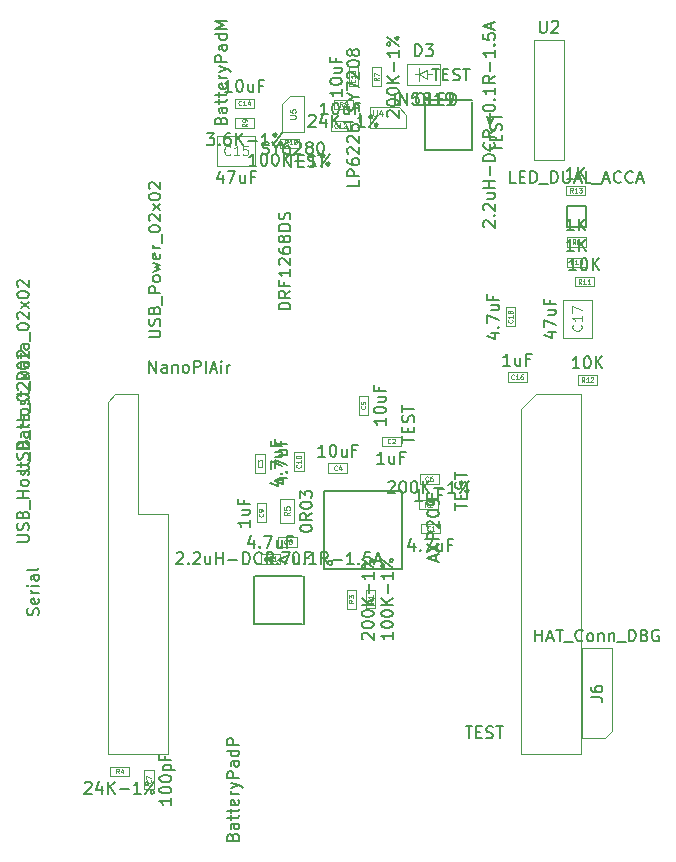
<source format=gbr>
G04 #@! TF.GenerationSoftware,KiCad,Pcbnew,5.0.2-bee76a0~70~ubuntu16.04.1*
G04 #@! TF.CreationDate,2020-11-05T00:34:30+01:00*
G04 #@! TF.ProjectId,WiRoc_NanoPi_v1,5769526f-635f-44e6-916e-6f50695f7631,rev?*
G04 #@! TF.SameCoordinates,Original*
G04 #@! TF.FileFunction,Other,Fab,Top*
%FSLAX46Y46*%
G04 Gerber Fmt 4.6, Leading zero omitted, Abs format (unit mm)*
G04 Created by KiCad (PCBNEW 5.0.2-bee76a0~70~ubuntu16.04.1) date tor  5 nov 2020 00:34:30*
%MOMM*%
%LPD*%
G01*
G04 APERTURE LIST*
%ADD10C,0.150000*%
%ADD11C,0.100000*%
%ADD12C,0.075000*%
%ADD13C,0.060000*%
%ADD14C,0.080000*%
%ADD15C,0.120000*%
G04 APERTURE END LIST*
D10*
G04 #@! TO.C,D1*
X91202820Y-61095580D02*
X92802820Y-61095580D01*
X92802820Y-62795580D02*
X92802820Y-61095580D01*
X91202820Y-62795580D02*
X92802820Y-62795580D01*
X91202820Y-61095580D02*
X91202820Y-62795580D01*
D11*
G04 #@! TO.C,J7*
X92430000Y-76995000D02*
X92430000Y-107475000D01*
X87350000Y-107475000D02*
X87350000Y-78265000D01*
X92430000Y-107475000D02*
X87350000Y-107475000D01*
X88620000Y-76995000D02*
X92430000Y-76995000D01*
X87350000Y-78265000D02*
X88620000Y-76995000D01*
X52340000Y-107475000D02*
X52340000Y-77630000D01*
X57420000Y-107475000D02*
X52340000Y-107475000D01*
X54880000Y-76995000D02*
X54880000Y-87175000D01*
X52975000Y-76995000D02*
X54880000Y-76995000D01*
X52340000Y-77630000D02*
X52975000Y-76995000D01*
X57420000Y-87175000D02*
X57420000Y-107475000D01*
X54900000Y-87175000D02*
X57400000Y-87175000D01*
G04 #@! TO.C,U2*
X90948000Y-46990000D02*
X88408000Y-46990000D01*
X90948000Y-57150000D02*
X90948000Y-46990000D01*
X88408000Y-57150000D02*
X90948000Y-57150000D01*
X88408000Y-46990000D02*
X88408000Y-57150000D01*
G04 #@! TO.C,J6*
X95036700Y-105505600D02*
X94401700Y-106140600D01*
X95036700Y-98520600D02*
X95036700Y-105505600D01*
X92496700Y-98520600D02*
X95036700Y-98520600D01*
X92496700Y-106140600D02*
X92496700Y-98520600D01*
X94401700Y-106140600D02*
X92496700Y-106140600D01*
D10*
G04 #@! TO.C,U3*
X77223600Y-91780200D02*
X70673600Y-91780200D01*
X77223600Y-85180200D02*
X77223600Y-91780200D01*
X70673600Y-85180200D02*
X77223600Y-85180200D01*
X70673600Y-91730200D02*
X70673600Y-85180200D01*
X71353878Y-91280200D02*
G75*
G03X71353878Y-91280200I-180278J0D01*
G01*
D11*
G04 #@! TO.C,U4*
X76968086Y-52682546D02*
X77618086Y-53332546D01*
X77618086Y-54482546D02*
X77618086Y-53332546D01*
X76968086Y-52682546D02*
X74518086Y-52682546D01*
X74518086Y-54482546D02*
X74518086Y-52682546D01*
X77618086Y-54482546D02*
X74518086Y-54482546D01*
G04 #@! TO.C,U5*
X67121200Y-52381200D02*
X67771200Y-51731200D01*
X68921200Y-51731200D02*
X67771200Y-51731200D01*
X67121200Y-52381200D02*
X67121200Y-54831200D01*
X68921200Y-54831200D02*
X67121200Y-54831200D01*
X68921200Y-51731200D02*
X68921200Y-54831200D01*
D10*
G04 #@! TO.C,L1*
X64814500Y-96420600D02*
X68814500Y-96420600D01*
X64714500Y-92420600D02*
X64714500Y-96420600D01*
X68814500Y-92420600D02*
X64814500Y-92420600D01*
X68914500Y-96420600D02*
X68914500Y-92420600D01*
G04 #@! TO.C,L2*
X79155600Y-56310300D02*
X83155600Y-56310300D01*
X83155600Y-56210300D02*
X83155600Y-52210300D01*
X83155600Y-52110300D02*
X79155600Y-52110300D01*
X79155600Y-52210300D02*
X79155600Y-56210300D01*
D11*
G04 #@! TO.C,C4*
X72618300Y-82844600D02*
X72618300Y-83644600D01*
X72618300Y-83644600D02*
X71018300Y-83644600D01*
X71018300Y-83644600D02*
X71018300Y-82844600D01*
X71018300Y-82844600D02*
X72618300Y-82844600D01*
G04 #@! TO.C,C5*
X74374000Y-77125000D02*
X74374000Y-78725000D01*
X73574000Y-77125000D02*
X74374000Y-77125000D01*
X73574000Y-78725000D02*
X73574000Y-77125000D01*
X74374000Y-78725000D02*
X73574000Y-78725000D01*
G04 #@! TO.C,C6*
X80350000Y-84564000D02*
X78750000Y-84564000D01*
X80350000Y-83764000D02*
X80350000Y-84564000D01*
X78750000Y-83764000D02*
X80350000Y-83764000D01*
X78750000Y-84564000D02*
X78750000Y-83764000D01*
G04 #@! TO.C,C7*
X56230000Y-110420000D02*
X55430000Y-110420000D01*
X55430000Y-110420000D02*
X55430000Y-108820000D01*
X55430000Y-108820000D02*
X56230000Y-108820000D01*
X56230000Y-108820000D02*
X56230000Y-110420000D01*
G04 #@! TO.C,C8*
X66785900Y-89905620D02*
X66785900Y-89105620D01*
X66785900Y-89105620D02*
X68385900Y-89105620D01*
X68385900Y-89105620D02*
X68385900Y-89905620D01*
X68385900Y-89905620D02*
X66785900Y-89905620D01*
G04 #@! TO.C,C9*
X64938000Y-86244360D02*
X65738000Y-86244360D01*
X65738000Y-86244360D02*
X65738000Y-87844360D01*
X65738000Y-87844360D02*
X64938000Y-87844360D01*
X64938000Y-87844360D02*
X64938000Y-86244360D01*
G04 #@! TO.C,C10*
X68116300Y-83498500D02*
X68116300Y-81898500D01*
X68916300Y-83498500D02*
X68116300Y-83498500D01*
X68916300Y-81898500D02*
X68916300Y-83498500D01*
X68116300Y-81898500D02*
X68916300Y-81898500D01*
G04 #@! TO.C,C11*
X65284760Y-90550880D02*
X66884760Y-90550880D01*
X65284760Y-91350880D02*
X65284760Y-90550880D01*
X66884760Y-91350880D02*
X65284760Y-91350880D01*
X66884760Y-90550880D02*
X66884760Y-91350880D01*
G04 #@! TO.C,C12*
X71226020Y-53874260D02*
X72826020Y-53874260D01*
X71226020Y-54674260D02*
X71226020Y-53874260D01*
X72826020Y-54674260D02*
X71226020Y-54674260D01*
X72826020Y-53874260D02*
X72826020Y-54674260D01*
G04 #@! TO.C,C13*
X72726600Y-49293500D02*
X73526600Y-49293500D01*
X73526600Y-49293500D02*
X73526600Y-50893500D01*
X73526600Y-50893500D02*
X72726600Y-50893500D01*
X72726600Y-50893500D02*
X72726600Y-49293500D01*
G04 #@! TO.C,C14*
X64696300Y-51956100D02*
X64696300Y-52756100D01*
X64696300Y-52756100D02*
X63096300Y-52756100D01*
X63096300Y-52756100D02*
X63096300Y-51956100D01*
X63096300Y-51956100D02*
X64696300Y-51956100D01*
G04 #@! TO.C,D3*
X79324520Y-49918160D02*
X79824520Y-49918160D01*
X79324520Y-50318160D02*
X78724520Y-49918160D01*
X79324520Y-49518160D02*
X79324520Y-50318160D01*
X78724520Y-49918160D02*
X79324520Y-49518160D01*
X78724520Y-49918160D02*
X78724520Y-50468160D01*
X78724520Y-49918160D02*
X78724520Y-49368160D01*
X78324520Y-49918160D02*
X78724520Y-49918160D01*
X77674520Y-50818160D02*
X77674520Y-49018160D01*
X80474520Y-50818160D02*
X77674520Y-50818160D01*
X80474520Y-49018160D02*
X80474520Y-50818160D01*
X77674520Y-49018160D02*
X80474520Y-49018160D01*
G04 #@! TO.C,R1*
X74999600Y-93531700D02*
X74999600Y-95131700D01*
X74199600Y-93531700D02*
X74999600Y-93531700D01*
X74199600Y-95131700D02*
X74199600Y-93531700D01*
X74999600Y-95131700D02*
X74199600Y-95131700D01*
G04 #@! TO.C,R2*
X80289100Y-85930700D02*
X80289100Y-86730700D01*
X80289100Y-86730700D02*
X78689100Y-86730700D01*
X78689100Y-86730700D02*
X78689100Y-85930700D01*
X78689100Y-85930700D02*
X80289100Y-85930700D01*
G04 #@! TO.C,R3*
X73360100Y-93543700D02*
X73360100Y-95143700D01*
X72560100Y-93543700D02*
X73360100Y-93543700D01*
X72560100Y-95143700D02*
X72560100Y-93543700D01*
X73360100Y-95143700D02*
X72560100Y-95143700D01*
G04 #@! TO.C,R4*
X54132500Y-109320000D02*
X52532500Y-109320000D01*
X54132500Y-108520000D02*
X54132500Y-109320000D01*
X52532500Y-108520000D02*
X54132500Y-108520000D01*
X52532500Y-109320000D02*
X52532500Y-108520000D01*
G04 #@! TO.C,R5*
X68124940Y-87889420D02*
X66924940Y-87889420D01*
X66924940Y-87889420D02*
X66924940Y-85889420D01*
X66924940Y-85889420D02*
X68124940Y-85889420D01*
X68124940Y-85889420D02*
X68124940Y-87889420D01*
G04 #@! TO.C,R7*
X75482400Y-49318900D02*
X75482400Y-50918900D01*
X74682400Y-49318900D02*
X75482400Y-49318900D01*
X74682400Y-50918900D02*
X74682400Y-49318900D01*
X75482400Y-50918900D02*
X74682400Y-50918900D01*
G04 #@! TO.C,R8*
X71492720Y-52858160D02*
X71492720Y-52058160D01*
X71492720Y-52058160D02*
X73092720Y-52058160D01*
X73092720Y-52058160D02*
X73092720Y-52858160D01*
X73092720Y-52858160D02*
X71492720Y-52858160D01*
G04 #@! TO.C,R9*
X63134400Y-54419800D02*
X63134400Y-53619800D01*
X63134400Y-53619800D02*
X64734400Y-53619800D01*
X64734400Y-53619800D02*
X64734400Y-54419800D01*
X64734400Y-54419800D02*
X63134400Y-54419800D01*
G04 #@! TO.C,R10*
X66931700Y-56147000D02*
X66931700Y-55347000D01*
X66931700Y-55347000D02*
X68531700Y-55347000D01*
X68531700Y-55347000D02*
X68531700Y-56147000D01*
X68531700Y-56147000D02*
X66931700Y-56147000D01*
G04 #@! TO.C,R11*
X93490000Y-67070000D02*
X93490000Y-67870000D01*
X93490000Y-67870000D02*
X91890000Y-67870000D01*
X91890000Y-67870000D02*
X91890000Y-67070000D01*
X91890000Y-67070000D02*
X93490000Y-67070000D01*
G04 #@! TO.C,R12*
X93750000Y-75370000D02*
X93750000Y-76170000D01*
X93750000Y-76170000D02*
X92150000Y-76170000D01*
X92150000Y-76170000D02*
X92150000Y-75370000D01*
X92150000Y-75370000D02*
X93750000Y-75370000D01*
G04 #@! TO.C,R13*
X92767260Y-59343400D02*
X92767260Y-60143400D01*
X92767260Y-60143400D02*
X91167260Y-60143400D01*
X91167260Y-60143400D02*
X91167260Y-59343400D01*
X91167260Y-59343400D02*
X92767260Y-59343400D01*
G04 #@! TO.C,R14*
X91207900Y-65421620D02*
X92807900Y-65421620D01*
X91207900Y-66221620D02*
X91207900Y-65421620D01*
X92807900Y-66221620D02*
X91207900Y-66221620D01*
X92807900Y-65421620D02*
X92807900Y-66221620D01*
G04 #@! TO.C,C15*
X61623200Y-57633600D02*
X61623200Y-55133600D01*
X61623200Y-55133600D02*
X64823200Y-55133600D01*
X64823200Y-55133600D02*
X64823200Y-57633600D01*
X64823200Y-57633600D02*
X61623200Y-57633600D01*
G04 #@! TO.C,C1*
X78867600Y-88762700D02*
X78867600Y-87962700D01*
X78867600Y-87962700D02*
X80467600Y-87962700D01*
X80467600Y-87962700D02*
X80467600Y-88762700D01*
X80467600Y-88762700D02*
X78867600Y-88762700D01*
G04 #@! TO.C,C2*
X77140000Y-81380000D02*
X75540000Y-81380000D01*
X77140000Y-80580000D02*
X77140000Y-81380000D01*
X75540000Y-80580000D02*
X77140000Y-80580000D01*
X75540000Y-81380000D02*
X75540000Y-80580000D01*
G04 #@! TO.C,C3*
X65642560Y-83645580D02*
X64842560Y-83645580D01*
X64842560Y-83645580D02*
X64842560Y-82045580D01*
X64842560Y-82045580D02*
X65642560Y-82045580D01*
X65642560Y-82045580D02*
X65642560Y-83645580D01*
G04 #@! TO.C,C16*
X87800000Y-75140000D02*
X87800000Y-75940000D01*
X87800000Y-75940000D02*
X86200000Y-75940000D01*
X86200000Y-75940000D02*
X86200000Y-75140000D01*
X86200000Y-75140000D02*
X87800000Y-75140000D01*
G04 #@! TO.C,C17*
X90860000Y-69000000D02*
X93360000Y-69000000D01*
X93360000Y-69000000D02*
X93360000Y-72200000D01*
X93360000Y-72200000D02*
X90860000Y-72200000D01*
X90860000Y-72200000D02*
X90860000Y-69000000D01*
G04 #@! TO.C,C18*
X86040000Y-69630000D02*
X86840000Y-69630000D01*
X86840000Y-69630000D02*
X86840000Y-71230000D01*
X86840000Y-71230000D02*
X86040000Y-71230000D01*
X86040000Y-71230000D02*
X86040000Y-69630000D01*
G04 #@! TO.C,R6*
X92797740Y-63699500D02*
X92797740Y-64499500D01*
X92797740Y-64499500D02*
X91197740Y-64499500D01*
X91197740Y-64499500D02*
X91197740Y-63699500D01*
X91197740Y-63699500D02*
X92797740Y-63699500D01*
G04 #@! TD*
G04 #@! TO.C,D1*
D10*
X86883772Y-59097960D02*
X86407581Y-59097960D01*
X86407581Y-58097960D01*
X87217105Y-58574151D02*
X87550439Y-58574151D01*
X87693296Y-59097960D02*
X87217105Y-59097960D01*
X87217105Y-58097960D01*
X87693296Y-58097960D01*
X88121867Y-59097960D02*
X88121867Y-58097960D01*
X88359962Y-58097960D01*
X88502820Y-58145580D01*
X88598058Y-58240818D01*
X88645677Y-58336056D01*
X88693296Y-58526532D01*
X88693296Y-58669389D01*
X88645677Y-58859865D01*
X88598058Y-58955103D01*
X88502820Y-59050341D01*
X88359962Y-59097960D01*
X88121867Y-59097960D01*
X88883772Y-59193199D02*
X89645677Y-59193199D01*
X89883772Y-59097960D02*
X89883772Y-58097960D01*
X90121867Y-58097960D01*
X90264724Y-58145580D01*
X90359962Y-58240818D01*
X90407581Y-58336056D01*
X90455200Y-58526532D01*
X90455200Y-58669389D01*
X90407581Y-58859865D01*
X90359962Y-58955103D01*
X90264724Y-59050341D01*
X90121867Y-59097960D01*
X89883772Y-59097960D01*
X90883772Y-58097960D02*
X90883772Y-58907484D01*
X90931391Y-59002722D01*
X90979010Y-59050341D01*
X91074248Y-59097960D01*
X91264724Y-59097960D01*
X91359962Y-59050341D01*
X91407581Y-59002722D01*
X91455200Y-58907484D01*
X91455200Y-58097960D01*
X91883772Y-58812246D02*
X92359962Y-58812246D01*
X91788534Y-59097960D02*
X92121867Y-58097960D01*
X92455200Y-59097960D01*
X93264724Y-59097960D02*
X92788534Y-59097960D01*
X92788534Y-58097960D01*
X93359962Y-59193199D02*
X94121867Y-59193199D01*
X94312343Y-58812246D02*
X94788534Y-58812246D01*
X94217105Y-59097960D02*
X94550439Y-58097960D01*
X94883772Y-59097960D01*
X95788534Y-59002722D02*
X95740915Y-59050341D01*
X95598058Y-59097960D01*
X95502820Y-59097960D01*
X95359962Y-59050341D01*
X95264724Y-58955103D01*
X95217105Y-58859865D01*
X95169486Y-58669389D01*
X95169486Y-58526532D01*
X95217105Y-58336056D01*
X95264724Y-58240818D01*
X95359962Y-58145580D01*
X95502820Y-58097960D01*
X95598058Y-58097960D01*
X95740915Y-58145580D01*
X95788534Y-58193199D01*
X96788534Y-59002722D02*
X96740915Y-59050341D01*
X96598058Y-59097960D01*
X96502820Y-59097960D01*
X96359962Y-59050341D01*
X96264724Y-58955103D01*
X96217105Y-58859865D01*
X96169486Y-58669389D01*
X96169486Y-58526532D01*
X96217105Y-58336056D01*
X96264724Y-58240818D01*
X96359962Y-58145580D01*
X96502820Y-58097960D01*
X96598058Y-58097960D01*
X96740915Y-58145580D01*
X96788534Y-58193199D01*
X97169486Y-58812246D02*
X97645677Y-58812246D01*
X97074248Y-59097960D02*
X97407581Y-58097960D01*
X97740915Y-59097960D01*
G04 #@! TO.C,J7*
X55864857Y-75166380D02*
X55864857Y-74166380D01*
X56436285Y-75166380D01*
X56436285Y-74166380D01*
X57341047Y-75166380D02*
X57341047Y-74642571D01*
X57293428Y-74547333D01*
X57198190Y-74499714D01*
X57007714Y-74499714D01*
X56912476Y-74547333D01*
X57341047Y-75118761D02*
X57245809Y-75166380D01*
X57007714Y-75166380D01*
X56912476Y-75118761D01*
X56864857Y-75023523D01*
X56864857Y-74928285D01*
X56912476Y-74833047D01*
X57007714Y-74785428D01*
X57245809Y-74785428D01*
X57341047Y-74737809D01*
X57817238Y-74499714D02*
X57817238Y-75166380D01*
X57817238Y-74594952D02*
X57864857Y-74547333D01*
X57960095Y-74499714D01*
X58102952Y-74499714D01*
X58198190Y-74547333D01*
X58245809Y-74642571D01*
X58245809Y-75166380D01*
X58864857Y-75166380D02*
X58769619Y-75118761D01*
X58722000Y-75071142D01*
X58674380Y-74975904D01*
X58674380Y-74690190D01*
X58722000Y-74594952D01*
X58769619Y-74547333D01*
X58864857Y-74499714D01*
X59007714Y-74499714D01*
X59102952Y-74547333D01*
X59150571Y-74594952D01*
X59198190Y-74690190D01*
X59198190Y-74975904D01*
X59150571Y-75071142D01*
X59102952Y-75118761D01*
X59007714Y-75166380D01*
X58864857Y-75166380D01*
X59626761Y-75166380D02*
X59626761Y-74166380D01*
X60007714Y-74166380D01*
X60102952Y-74214000D01*
X60150571Y-74261619D01*
X60198190Y-74356857D01*
X60198190Y-74499714D01*
X60150571Y-74594952D01*
X60102952Y-74642571D01*
X60007714Y-74690190D01*
X59626761Y-74690190D01*
X60626761Y-75166380D02*
X60626761Y-74166380D01*
X61055333Y-74880666D02*
X61531523Y-74880666D01*
X60960095Y-75166380D02*
X61293428Y-74166380D01*
X61626761Y-75166380D01*
X61960095Y-75166380D02*
X61960095Y-74499714D01*
X61960095Y-74166380D02*
X61912476Y-74214000D01*
X61960095Y-74261619D01*
X62007714Y-74214000D01*
X61960095Y-74166380D01*
X61960095Y-74261619D01*
X62436285Y-75166380D02*
X62436285Y-74499714D01*
X62436285Y-74690190D02*
X62483904Y-74594952D01*
X62531523Y-74547333D01*
X62626761Y-74499714D01*
X62722000Y-74499714D01*
G04 #@! TO.C,TP1*
X82626141Y-105121560D02*
X83197570Y-105121560D01*
X82911856Y-106121560D02*
X82911856Y-105121560D01*
X83530903Y-105597751D02*
X83864237Y-105597751D01*
X84007094Y-106121560D02*
X83530903Y-106121560D01*
X83530903Y-105121560D01*
X84007094Y-105121560D01*
X84388046Y-106073941D02*
X84530903Y-106121560D01*
X84768999Y-106121560D01*
X84864237Y-106073941D01*
X84911856Y-106026322D01*
X84959475Y-105931084D01*
X84959475Y-105835846D01*
X84911856Y-105740608D01*
X84864237Y-105692989D01*
X84768999Y-105645370D01*
X84578522Y-105597751D01*
X84483284Y-105550132D01*
X84435665Y-105502513D01*
X84388046Y-105407275D01*
X84388046Y-105312037D01*
X84435665Y-105216799D01*
X84483284Y-105169180D01*
X84578522Y-105121560D01*
X84816618Y-105121560D01*
X84959475Y-105169180D01*
X85245189Y-105121560D02*
X85816618Y-105121560D01*
X85530903Y-106121560D02*
X85530903Y-105121560D01*
G04 #@! TO.C,U1*
X67802380Y-69806628D02*
X66802380Y-69806628D01*
X66802380Y-69568533D01*
X66850000Y-69425676D01*
X66945238Y-69330438D01*
X67040476Y-69282819D01*
X67230952Y-69235200D01*
X67373809Y-69235200D01*
X67564285Y-69282819D01*
X67659523Y-69330438D01*
X67754761Y-69425676D01*
X67802380Y-69568533D01*
X67802380Y-69806628D01*
X67802380Y-68235200D02*
X67326190Y-68568533D01*
X67802380Y-68806628D02*
X66802380Y-68806628D01*
X66802380Y-68425676D01*
X66850000Y-68330438D01*
X66897619Y-68282819D01*
X66992857Y-68235200D01*
X67135714Y-68235200D01*
X67230952Y-68282819D01*
X67278571Y-68330438D01*
X67326190Y-68425676D01*
X67326190Y-68806628D01*
X67278571Y-67473295D02*
X67278571Y-67806628D01*
X67802380Y-67806628D02*
X66802380Y-67806628D01*
X66802380Y-67330438D01*
X67802380Y-66425676D02*
X67802380Y-66997104D01*
X67802380Y-66711390D02*
X66802380Y-66711390D01*
X66945238Y-66806628D01*
X67040476Y-66901866D01*
X67088095Y-66997104D01*
X66897619Y-66044723D02*
X66850000Y-65997104D01*
X66802380Y-65901866D01*
X66802380Y-65663771D01*
X66850000Y-65568533D01*
X66897619Y-65520914D01*
X66992857Y-65473295D01*
X67088095Y-65473295D01*
X67230952Y-65520914D01*
X67802380Y-66092342D01*
X67802380Y-65473295D01*
X66802380Y-64616152D02*
X66802380Y-64806628D01*
X66850000Y-64901866D01*
X66897619Y-64949485D01*
X67040476Y-65044723D01*
X67230952Y-65092342D01*
X67611904Y-65092342D01*
X67707142Y-65044723D01*
X67754761Y-64997104D01*
X67802380Y-64901866D01*
X67802380Y-64711390D01*
X67754761Y-64616152D01*
X67707142Y-64568533D01*
X67611904Y-64520914D01*
X67373809Y-64520914D01*
X67278571Y-64568533D01*
X67230952Y-64616152D01*
X67183333Y-64711390D01*
X67183333Y-64901866D01*
X67230952Y-64997104D01*
X67278571Y-65044723D01*
X67373809Y-65092342D01*
X67230952Y-63949485D02*
X67183333Y-64044723D01*
X67135714Y-64092342D01*
X67040476Y-64139961D01*
X66992857Y-64139961D01*
X66897619Y-64092342D01*
X66850000Y-64044723D01*
X66802380Y-63949485D01*
X66802380Y-63759009D01*
X66850000Y-63663771D01*
X66897619Y-63616152D01*
X66992857Y-63568533D01*
X67040476Y-63568533D01*
X67135714Y-63616152D01*
X67183333Y-63663771D01*
X67230952Y-63759009D01*
X67230952Y-63949485D01*
X67278571Y-64044723D01*
X67326190Y-64092342D01*
X67421428Y-64139961D01*
X67611904Y-64139961D01*
X67707142Y-64092342D01*
X67754761Y-64044723D01*
X67802380Y-63949485D01*
X67802380Y-63759009D01*
X67754761Y-63663771D01*
X67707142Y-63616152D01*
X67611904Y-63568533D01*
X67421428Y-63568533D01*
X67326190Y-63616152D01*
X67278571Y-63663771D01*
X67230952Y-63759009D01*
X67802380Y-63139961D02*
X66802380Y-63139961D01*
X66802380Y-62901866D01*
X66850000Y-62759009D01*
X66945238Y-62663771D01*
X67040476Y-62616152D01*
X67230952Y-62568533D01*
X67373809Y-62568533D01*
X67564285Y-62616152D01*
X67659523Y-62663771D01*
X67754761Y-62759009D01*
X67802380Y-62901866D01*
X67802380Y-63139961D01*
X67754761Y-62187580D02*
X67802380Y-62044723D01*
X67802380Y-61806628D01*
X67754761Y-61711390D01*
X67707142Y-61663771D01*
X67611904Y-61616152D01*
X67516666Y-61616152D01*
X67421428Y-61663771D01*
X67373809Y-61711390D01*
X67326190Y-61806628D01*
X67278571Y-61997104D01*
X67230952Y-62092342D01*
X67183333Y-62139961D01*
X67088095Y-62187580D01*
X66992857Y-62187580D01*
X66897619Y-62139961D01*
X66850000Y-62092342D01*
X66802380Y-61997104D01*
X66802380Y-61759009D01*
X66850000Y-61616152D01*
G04 #@! TO.C,U2*
X78700619Y-51522380D02*
X78891095Y-51522380D01*
X78986333Y-51570000D01*
X79081571Y-51665238D01*
X79129190Y-51855714D01*
X79129190Y-52189047D01*
X79081571Y-52379523D01*
X78986333Y-52474761D01*
X78891095Y-52522380D01*
X78700619Y-52522380D01*
X78605380Y-52474761D01*
X78510142Y-52379523D01*
X78462523Y-52189047D01*
X78462523Y-51855714D01*
X78510142Y-51665238D01*
X78605380Y-51570000D01*
X78700619Y-51522380D01*
X80033952Y-52522380D02*
X79557761Y-52522380D01*
X79557761Y-51522380D01*
X80367285Y-51998571D02*
X80700619Y-51998571D01*
X80843476Y-52522380D02*
X80367285Y-52522380D01*
X80367285Y-51522380D01*
X80843476Y-51522380D01*
X81272047Y-52522380D02*
X81272047Y-51522380D01*
X81510142Y-51522380D01*
X81653000Y-51570000D01*
X81748238Y-51665238D01*
X81795857Y-51760476D01*
X81843476Y-51950952D01*
X81843476Y-52093809D01*
X81795857Y-52284285D01*
X81748238Y-52379523D01*
X81653000Y-52474761D01*
X81510142Y-52522380D01*
X81272047Y-52522380D01*
X88916095Y-45382380D02*
X88916095Y-46191904D01*
X88963714Y-46287142D01*
X89011333Y-46334761D01*
X89106571Y-46382380D01*
X89297047Y-46382380D01*
X89392285Y-46334761D01*
X89439904Y-46287142D01*
X89487523Y-46191904D01*
X89487523Y-45382380D01*
X89916095Y-45477619D02*
X89963714Y-45430000D01*
X90058952Y-45382380D01*
X90297047Y-45382380D01*
X90392285Y-45430000D01*
X90439904Y-45477619D01*
X90487523Y-45572857D01*
X90487523Y-45668095D01*
X90439904Y-45810952D01*
X89868476Y-46382380D01*
X90487523Y-46382380D01*
G04 #@! TO.C,J6*
X88552414Y-97912980D02*
X88552414Y-96912980D01*
X88552414Y-97389171D02*
X89123842Y-97389171D01*
X89123842Y-97912980D02*
X89123842Y-96912980D01*
X89552414Y-97627266D02*
X90028604Y-97627266D01*
X89457176Y-97912980D02*
X89790509Y-96912980D01*
X90123842Y-97912980D01*
X90314319Y-96912980D02*
X90885747Y-96912980D01*
X90600033Y-97912980D02*
X90600033Y-96912980D01*
X90980985Y-98008219D02*
X91742890Y-98008219D01*
X92552414Y-97817742D02*
X92504795Y-97865361D01*
X92361938Y-97912980D01*
X92266700Y-97912980D01*
X92123842Y-97865361D01*
X92028604Y-97770123D01*
X91980985Y-97674885D01*
X91933366Y-97484409D01*
X91933366Y-97341552D01*
X91980985Y-97151076D01*
X92028604Y-97055838D01*
X92123842Y-96960600D01*
X92266700Y-96912980D01*
X92361938Y-96912980D01*
X92504795Y-96960600D01*
X92552414Y-97008219D01*
X93123842Y-97912980D02*
X93028604Y-97865361D01*
X92980985Y-97817742D01*
X92933366Y-97722504D01*
X92933366Y-97436790D01*
X92980985Y-97341552D01*
X93028604Y-97293933D01*
X93123842Y-97246314D01*
X93266700Y-97246314D01*
X93361938Y-97293933D01*
X93409557Y-97341552D01*
X93457176Y-97436790D01*
X93457176Y-97722504D01*
X93409557Y-97817742D01*
X93361938Y-97865361D01*
X93266700Y-97912980D01*
X93123842Y-97912980D01*
X93885747Y-97246314D02*
X93885747Y-97912980D01*
X93885747Y-97341552D02*
X93933366Y-97293933D01*
X94028604Y-97246314D01*
X94171461Y-97246314D01*
X94266700Y-97293933D01*
X94314319Y-97389171D01*
X94314319Y-97912980D01*
X94790509Y-97246314D02*
X94790509Y-97912980D01*
X94790509Y-97341552D02*
X94838128Y-97293933D01*
X94933366Y-97246314D01*
X95076223Y-97246314D01*
X95171461Y-97293933D01*
X95219080Y-97389171D01*
X95219080Y-97912980D01*
X95457176Y-98008219D02*
X96219080Y-98008219D01*
X96457176Y-97912980D02*
X96457176Y-96912980D01*
X96695271Y-96912980D01*
X96838128Y-96960600D01*
X96933366Y-97055838D01*
X96980985Y-97151076D01*
X97028604Y-97341552D01*
X97028604Y-97484409D01*
X96980985Y-97674885D01*
X96933366Y-97770123D01*
X96838128Y-97865361D01*
X96695271Y-97912980D01*
X96457176Y-97912980D01*
X97790509Y-97389171D02*
X97933366Y-97436790D01*
X97980985Y-97484409D01*
X98028604Y-97579647D01*
X98028604Y-97722504D01*
X97980985Y-97817742D01*
X97933366Y-97865361D01*
X97838128Y-97912980D01*
X97457176Y-97912980D01*
X97457176Y-96912980D01*
X97790509Y-96912980D01*
X97885747Y-96960600D01*
X97933366Y-97008219D01*
X97980985Y-97103457D01*
X97980985Y-97198695D01*
X97933366Y-97293933D01*
X97885747Y-97341552D01*
X97790509Y-97389171D01*
X97457176Y-97389171D01*
X98980985Y-96960600D02*
X98885747Y-96912980D01*
X98742890Y-96912980D01*
X98600033Y-96960600D01*
X98504795Y-97055838D01*
X98457176Y-97151076D01*
X98409557Y-97341552D01*
X98409557Y-97484409D01*
X98457176Y-97674885D01*
X98504795Y-97770123D01*
X98600033Y-97865361D01*
X98742890Y-97912980D01*
X98838128Y-97912980D01*
X98980985Y-97865361D01*
X99028604Y-97817742D01*
X99028604Y-97484409D01*
X98838128Y-97484409D01*
X93219080Y-102663933D02*
X93933366Y-102663933D01*
X94076223Y-102711552D01*
X94171461Y-102806790D01*
X94219080Y-102949647D01*
X94219080Y-103044885D01*
X93219080Y-101759171D02*
X93219080Y-101949647D01*
X93266700Y-102044885D01*
X93314319Y-102092504D01*
X93457176Y-102187742D01*
X93647652Y-102235361D01*
X94028604Y-102235361D01*
X94123842Y-102187742D01*
X94171461Y-102140123D01*
X94219080Y-102044885D01*
X94219080Y-101854409D01*
X94171461Y-101759171D01*
X94123842Y-101711552D01*
X94028604Y-101663933D01*
X93790509Y-101663933D01*
X93695271Y-101711552D01*
X93647652Y-101759171D01*
X93600033Y-101854409D01*
X93600033Y-102044885D01*
X93647652Y-102140123D01*
X93695271Y-102187742D01*
X93790509Y-102235361D01*
G04 #@! TO.C,J2*
X55792380Y-72177619D02*
X56601904Y-72177619D01*
X56697142Y-72130000D01*
X56744761Y-72082380D01*
X56792380Y-71987142D01*
X56792380Y-71796666D01*
X56744761Y-71701428D01*
X56697142Y-71653809D01*
X56601904Y-71606190D01*
X55792380Y-71606190D01*
X56744761Y-71177619D02*
X56792380Y-71034761D01*
X56792380Y-70796666D01*
X56744761Y-70701428D01*
X56697142Y-70653809D01*
X56601904Y-70606190D01*
X56506666Y-70606190D01*
X56411428Y-70653809D01*
X56363809Y-70701428D01*
X56316190Y-70796666D01*
X56268571Y-70987142D01*
X56220952Y-71082380D01*
X56173333Y-71130000D01*
X56078095Y-71177619D01*
X55982857Y-71177619D01*
X55887619Y-71130000D01*
X55840000Y-71082380D01*
X55792380Y-70987142D01*
X55792380Y-70749047D01*
X55840000Y-70606190D01*
X56268571Y-69844285D02*
X56316190Y-69701428D01*
X56363809Y-69653809D01*
X56459047Y-69606190D01*
X56601904Y-69606190D01*
X56697142Y-69653809D01*
X56744761Y-69701428D01*
X56792380Y-69796666D01*
X56792380Y-70177619D01*
X55792380Y-70177619D01*
X55792380Y-69844285D01*
X55840000Y-69749047D01*
X55887619Y-69701428D01*
X55982857Y-69653809D01*
X56078095Y-69653809D01*
X56173333Y-69701428D01*
X56220952Y-69749047D01*
X56268571Y-69844285D01*
X56268571Y-70177619D01*
X56887619Y-69415714D02*
X56887619Y-68653809D01*
X56792380Y-68415714D02*
X55792380Y-68415714D01*
X55792380Y-68034761D01*
X55840000Y-67939523D01*
X55887619Y-67891904D01*
X55982857Y-67844285D01*
X56125714Y-67844285D01*
X56220952Y-67891904D01*
X56268571Y-67939523D01*
X56316190Y-68034761D01*
X56316190Y-68415714D01*
X56792380Y-67272857D02*
X56744761Y-67368095D01*
X56697142Y-67415714D01*
X56601904Y-67463333D01*
X56316190Y-67463333D01*
X56220952Y-67415714D01*
X56173333Y-67368095D01*
X56125714Y-67272857D01*
X56125714Y-67130000D01*
X56173333Y-67034761D01*
X56220952Y-66987142D01*
X56316190Y-66939523D01*
X56601904Y-66939523D01*
X56697142Y-66987142D01*
X56744761Y-67034761D01*
X56792380Y-67130000D01*
X56792380Y-67272857D01*
X56125714Y-66606190D02*
X56792380Y-66415714D01*
X56316190Y-66225238D01*
X56792380Y-66034761D01*
X56125714Y-65844285D01*
X56744761Y-65082380D02*
X56792380Y-65177619D01*
X56792380Y-65368095D01*
X56744761Y-65463333D01*
X56649523Y-65510952D01*
X56268571Y-65510952D01*
X56173333Y-65463333D01*
X56125714Y-65368095D01*
X56125714Y-65177619D01*
X56173333Y-65082380D01*
X56268571Y-65034761D01*
X56363809Y-65034761D01*
X56459047Y-65510952D01*
X56792380Y-64606190D02*
X56125714Y-64606190D01*
X56316190Y-64606190D02*
X56220952Y-64558571D01*
X56173333Y-64510952D01*
X56125714Y-64415714D01*
X56125714Y-64320476D01*
X56887619Y-64225238D02*
X56887619Y-63463333D01*
X55792380Y-63034761D02*
X55792380Y-62939523D01*
X55840000Y-62844285D01*
X55887619Y-62796666D01*
X55982857Y-62749047D01*
X56173333Y-62701428D01*
X56411428Y-62701428D01*
X56601904Y-62749047D01*
X56697142Y-62796666D01*
X56744761Y-62844285D01*
X56792380Y-62939523D01*
X56792380Y-63034761D01*
X56744761Y-63130000D01*
X56697142Y-63177619D01*
X56601904Y-63225238D01*
X56411428Y-63272857D01*
X56173333Y-63272857D01*
X55982857Y-63225238D01*
X55887619Y-63177619D01*
X55840000Y-63130000D01*
X55792380Y-63034761D01*
X55887619Y-62320476D02*
X55840000Y-62272857D01*
X55792380Y-62177619D01*
X55792380Y-61939523D01*
X55840000Y-61844285D01*
X55887619Y-61796666D01*
X55982857Y-61749047D01*
X56078095Y-61749047D01*
X56220952Y-61796666D01*
X56792380Y-62368095D01*
X56792380Y-61749047D01*
X56792380Y-61415714D02*
X56125714Y-60891904D01*
X56125714Y-61415714D02*
X56792380Y-60891904D01*
X55792380Y-60320476D02*
X55792380Y-60225238D01*
X55840000Y-60130000D01*
X55887619Y-60082380D01*
X55982857Y-60034761D01*
X56173333Y-59987142D01*
X56411428Y-59987142D01*
X56601904Y-60034761D01*
X56697142Y-60082380D01*
X56744761Y-60130000D01*
X56792380Y-60225238D01*
X56792380Y-60320476D01*
X56744761Y-60415714D01*
X56697142Y-60463333D01*
X56601904Y-60510952D01*
X56411428Y-60558571D01*
X56173333Y-60558571D01*
X55982857Y-60510952D01*
X55887619Y-60463333D01*
X55840000Y-60415714D01*
X55792380Y-60320476D01*
X55887619Y-59606190D02*
X55840000Y-59558571D01*
X55792380Y-59463333D01*
X55792380Y-59225238D01*
X55840000Y-59130000D01*
X55887619Y-59082380D01*
X55982857Y-59034761D01*
X56078095Y-59034761D01*
X56220952Y-59082380D01*
X56792380Y-59653809D01*
X56792380Y-59034761D01*
G04 #@! TO.C,J8*
X44652380Y-89502728D02*
X45461904Y-89502728D01*
X45557142Y-89455109D01*
X45604761Y-89407490D01*
X45652380Y-89312252D01*
X45652380Y-89121776D01*
X45604761Y-89026538D01*
X45557142Y-88978919D01*
X45461904Y-88931300D01*
X44652380Y-88931300D01*
X45604761Y-88502728D02*
X45652380Y-88359871D01*
X45652380Y-88121776D01*
X45604761Y-88026538D01*
X45557142Y-87978919D01*
X45461904Y-87931300D01*
X45366666Y-87931300D01*
X45271428Y-87978919D01*
X45223809Y-88026538D01*
X45176190Y-88121776D01*
X45128571Y-88312252D01*
X45080952Y-88407490D01*
X45033333Y-88455109D01*
X44938095Y-88502728D01*
X44842857Y-88502728D01*
X44747619Y-88455109D01*
X44700000Y-88407490D01*
X44652380Y-88312252D01*
X44652380Y-88074157D01*
X44700000Y-87931300D01*
X45128571Y-87169395D02*
X45176190Y-87026538D01*
X45223809Y-86978919D01*
X45319047Y-86931300D01*
X45461904Y-86931300D01*
X45557142Y-86978919D01*
X45604761Y-87026538D01*
X45652380Y-87121776D01*
X45652380Y-87502728D01*
X44652380Y-87502728D01*
X44652380Y-87169395D01*
X44700000Y-87074157D01*
X44747619Y-87026538D01*
X44842857Y-86978919D01*
X44938095Y-86978919D01*
X45033333Y-87026538D01*
X45080952Y-87074157D01*
X45128571Y-87169395D01*
X45128571Y-87502728D01*
X45747619Y-86740823D02*
X45747619Y-85978919D01*
X45652380Y-85740823D02*
X44652380Y-85740823D01*
X45128571Y-85740823D02*
X45128571Y-85169395D01*
X45652380Y-85169395D02*
X44652380Y-85169395D01*
X45652380Y-84550347D02*
X45604761Y-84645585D01*
X45557142Y-84693204D01*
X45461904Y-84740823D01*
X45176190Y-84740823D01*
X45080952Y-84693204D01*
X45033333Y-84645585D01*
X44985714Y-84550347D01*
X44985714Y-84407490D01*
X45033333Y-84312252D01*
X45080952Y-84264633D01*
X45176190Y-84217014D01*
X45461904Y-84217014D01*
X45557142Y-84264633D01*
X45604761Y-84312252D01*
X45652380Y-84407490D01*
X45652380Y-84550347D01*
X45604761Y-83836061D02*
X45652380Y-83740823D01*
X45652380Y-83550347D01*
X45604761Y-83455109D01*
X45509523Y-83407490D01*
X45461904Y-83407490D01*
X45366666Y-83455109D01*
X45319047Y-83550347D01*
X45319047Y-83693204D01*
X45271428Y-83788442D01*
X45176190Y-83836061D01*
X45128571Y-83836061D01*
X45033333Y-83788442D01*
X44985714Y-83693204D01*
X44985714Y-83550347D01*
X45033333Y-83455109D01*
X44985714Y-83121776D02*
X44985714Y-82740823D01*
X44652380Y-82978919D02*
X45509523Y-82978919D01*
X45604761Y-82931300D01*
X45652380Y-82836061D01*
X45652380Y-82740823D01*
X45747619Y-82645585D02*
X45747619Y-81883680D01*
X45652380Y-81645585D02*
X44652380Y-81645585D01*
X44652380Y-81407490D01*
X44700000Y-81264633D01*
X44795238Y-81169395D01*
X44890476Y-81121776D01*
X45080952Y-81074157D01*
X45223809Y-81074157D01*
X45414285Y-81121776D01*
X45509523Y-81169395D01*
X45604761Y-81264633D01*
X45652380Y-81407490D01*
X45652380Y-81645585D01*
X45652380Y-80217014D02*
X45128571Y-80217014D01*
X45033333Y-80264633D01*
X44985714Y-80359871D01*
X44985714Y-80550347D01*
X45033333Y-80645585D01*
X45604761Y-80217014D02*
X45652380Y-80312252D01*
X45652380Y-80550347D01*
X45604761Y-80645585D01*
X45509523Y-80693204D01*
X45414285Y-80693204D01*
X45319047Y-80645585D01*
X45271428Y-80550347D01*
X45271428Y-80312252D01*
X45223809Y-80217014D01*
X44985714Y-79883680D02*
X44985714Y-79502728D01*
X44652380Y-79740823D02*
X45509523Y-79740823D01*
X45604761Y-79693204D01*
X45652380Y-79597966D01*
X45652380Y-79502728D01*
X45652380Y-78740823D02*
X45128571Y-78740823D01*
X45033333Y-78788442D01*
X44985714Y-78883680D01*
X44985714Y-79074157D01*
X45033333Y-79169395D01*
X45604761Y-78740823D02*
X45652380Y-78836061D01*
X45652380Y-79074157D01*
X45604761Y-79169395D01*
X45509523Y-79217014D01*
X45414285Y-79217014D01*
X45319047Y-79169395D01*
X45271428Y-79074157D01*
X45271428Y-78836061D01*
X45223809Y-78740823D01*
X45747619Y-78502728D02*
X45747619Y-77740823D01*
X44652380Y-77312252D02*
X44652380Y-77217014D01*
X44700000Y-77121776D01*
X44747619Y-77074157D01*
X44842857Y-77026538D01*
X45033333Y-76978919D01*
X45271428Y-76978919D01*
X45461904Y-77026538D01*
X45557142Y-77074157D01*
X45604761Y-77121776D01*
X45652380Y-77217014D01*
X45652380Y-77312252D01*
X45604761Y-77407490D01*
X45557142Y-77455109D01*
X45461904Y-77502728D01*
X45271428Y-77550347D01*
X45033333Y-77550347D01*
X44842857Y-77502728D01*
X44747619Y-77455109D01*
X44700000Y-77407490D01*
X44652380Y-77312252D01*
X44747619Y-76597966D02*
X44700000Y-76550347D01*
X44652380Y-76455109D01*
X44652380Y-76217014D01*
X44700000Y-76121776D01*
X44747619Y-76074157D01*
X44842857Y-76026538D01*
X44938095Y-76026538D01*
X45080952Y-76074157D01*
X45652380Y-76645585D01*
X45652380Y-76026538D01*
X45652380Y-75693204D02*
X44985714Y-75169395D01*
X44985714Y-75693204D02*
X45652380Y-75169395D01*
X44652380Y-74597966D02*
X44652380Y-74502728D01*
X44700000Y-74407490D01*
X44747619Y-74359871D01*
X44842857Y-74312252D01*
X45033333Y-74264633D01*
X45271428Y-74264633D01*
X45461904Y-74312252D01*
X45557142Y-74359871D01*
X45604761Y-74407490D01*
X45652380Y-74502728D01*
X45652380Y-74597966D01*
X45604761Y-74693204D01*
X45557142Y-74740823D01*
X45461904Y-74788442D01*
X45271428Y-74836061D01*
X45033333Y-74836061D01*
X44842857Y-74788442D01*
X44747619Y-74740823D01*
X44700000Y-74693204D01*
X44652380Y-74597966D01*
X44747619Y-73883680D02*
X44700000Y-73836061D01*
X44652380Y-73740823D01*
X44652380Y-73502728D01*
X44700000Y-73407490D01*
X44747619Y-73359871D01*
X44842857Y-73312252D01*
X44938095Y-73312252D01*
X45080952Y-73359871D01*
X45652380Y-73931300D01*
X45652380Y-73312252D01*
G04 #@! TO.C,J4*
X44652380Y-83521028D02*
X45461904Y-83521028D01*
X45557142Y-83473409D01*
X45604761Y-83425790D01*
X45652380Y-83330552D01*
X45652380Y-83140076D01*
X45604761Y-83044838D01*
X45557142Y-82997219D01*
X45461904Y-82949600D01*
X44652380Y-82949600D01*
X45604761Y-82521028D02*
X45652380Y-82378171D01*
X45652380Y-82140076D01*
X45604761Y-82044838D01*
X45557142Y-81997219D01*
X45461904Y-81949600D01*
X45366666Y-81949600D01*
X45271428Y-81997219D01*
X45223809Y-82044838D01*
X45176190Y-82140076D01*
X45128571Y-82330552D01*
X45080952Y-82425790D01*
X45033333Y-82473409D01*
X44938095Y-82521028D01*
X44842857Y-82521028D01*
X44747619Y-82473409D01*
X44700000Y-82425790D01*
X44652380Y-82330552D01*
X44652380Y-82092457D01*
X44700000Y-81949600D01*
X45128571Y-81187695D02*
X45176190Y-81044838D01*
X45223809Y-80997219D01*
X45319047Y-80949600D01*
X45461904Y-80949600D01*
X45557142Y-80997219D01*
X45604761Y-81044838D01*
X45652380Y-81140076D01*
X45652380Y-81521028D01*
X44652380Y-81521028D01*
X44652380Y-81187695D01*
X44700000Y-81092457D01*
X44747619Y-81044838D01*
X44842857Y-80997219D01*
X44938095Y-80997219D01*
X45033333Y-81044838D01*
X45080952Y-81092457D01*
X45128571Y-81187695D01*
X45128571Y-81521028D01*
X45747619Y-80759123D02*
X45747619Y-79997219D01*
X45652380Y-79759123D02*
X44652380Y-79759123D01*
X45128571Y-79759123D02*
X45128571Y-79187695D01*
X45652380Y-79187695D02*
X44652380Y-79187695D01*
X45652380Y-78568647D02*
X45604761Y-78663885D01*
X45557142Y-78711504D01*
X45461904Y-78759123D01*
X45176190Y-78759123D01*
X45080952Y-78711504D01*
X45033333Y-78663885D01*
X44985714Y-78568647D01*
X44985714Y-78425790D01*
X45033333Y-78330552D01*
X45080952Y-78282933D01*
X45176190Y-78235314D01*
X45461904Y-78235314D01*
X45557142Y-78282933D01*
X45604761Y-78330552D01*
X45652380Y-78425790D01*
X45652380Y-78568647D01*
X45604761Y-77854361D02*
X45652380Y-77759123D01*
X45652380Y-77568647D01*
X45604761Y-77473409D01*
X45509523Y-77425790D01*
X45461904Y-77425790D01*
X45366666Y-77473409D01*
X45319047Y-77568647D01*
X45319047Y-77711504D01*
X45271428Y-77806742D01*
X45176190Y-77854361D01*
X45128571Y-77854361D01*
X45033333Y-77806742D01*
X44985714Y-77711504D01*
X44985714Y-77568647D01*
X45033333Y-77473409D01*
X44985714Y-77140076D02*
X44985714Y-76759123D01*
X44652380Y-76997219D02*
X45509523Y-76997219D01*
X45604761Y-76949600D01*
X45652380Y-76854361D01*
X45652380Y-76759123D01*
X45747619Y-76663885D02*
X45747619Y-75901980D01*
X45652380Y-75663885D02*
X44652380Y-75663885D01*
X44652380Y-75425790D01*
X44700000Y-75282933D01*
X44795238Y-75187695D01*
X44890476Y-75140076D01*
X45080952Y-75092457D01*
X45223809Y-75092457D01*
X45414285Y-75140076D01*
X45509523Y-75187695D01*
X45604761Y-75282933D01*
X45652380Y-75425790D01*
X45652380Y-75663885D01*
X45652380Y-74235314D02*
X45128571Y-74235314D01*
X45033333Y-74282933D01*
X44985714Y-74378171D01*
X44985714Y-74568647D01*
X45033333Y-74663885D01*
X45604761Y-74235314D02*
X45652380Y-74330552D01*
X45652380Y-74568647D01*
X45604761Y-74663885D01*
X45509523Y-74711504D01*
X45414285Y-74711504D01*
X45319047Y-74663885D01*
X45271428Y-74568647D01*
X45271428Y-74330552D01*
X45223809Y-74235314D01*
X44985714Y-73901980D02*
X44985714Y-73521028D01*
X44652380Y-73759123D02*
X45509523Y-73759123D01*
X45604761Y-73711504D01*
X45652380Y-73616266D01*
X45652380Y-73521028D01*
X45652380Y-72759123D02*
X45128571Y-72759123D01*
X45033333Y-72806742D01*
X44985714Y-72901980D01*
X44985714Y-73092457D01*
X45033333Y-73187695D01*
X45604761Y-72759123D02*
X45652380Y-72854361D01*
X45652380Y-73092457D01*
X45604761Y-73187695D01*
X45509523Y-73235314D01*
X45414285Y-73235314D01*
X45319047Y-73187695D01*
X45271428Y-73092457D01*
X45271428Y-72854361D01*
X45223809Y-72759123D01*
X45747619Y-72521028D02*
X45747619Y-71759123D01*
X44652380Y-71330552D02*
X44652380Y-71235314D01*
X44700000Y-71140076D01*
X44747619Y-71092457D01*
X44842857Y-71044838D01*
X45033333Y-70997219D01*
X45271428Y-70997219D01*
X45461904Y-71044838D01*
X45557142Y-71092457D01*
X45604761Y-71140076D01*
X45652380Y-71235314D01*
X45652380Y-71330552D01*
X45604761Y-71425790D01*
X45557142Y-71473409D01*
X45461904Y-71521028D01*
X45271428Y-71568647D01*
X45033333Y-71568647D01*
X44842857Y-71521028D01*
X44747619Y-71473409D01*
X44700000Y-71425790D01*
X44652380Y-71330552D01*
X44747619Y-70616266D02*
X44700000Y-70568647D01*
X44652380Y-70473409D01*
X44652380Y-70235314D01*
X44700000Y-70140076D01*
X44747619Y-70092457D01*
X44842857Y-70044838D01*
X44938095Y-70044838D01*
X45080952Y-70092457D01*
X45652380Y-70663885D01*
X45652380Y-70044838D01*
X45652380Y-69711504D02*
X44985714Y-69187695D01*
X44985714Y-69711504D02*
X45652380Y-69187695D01*
X44652380Y-68616266D02*
X44652380Y-68521028D01*
X44700000Y-68425790D01*
X44747619Y-68378171D01*
X44842857Y-68330552D01*
X45033333Y-68282933D01*
X45271428Y-68282933D01*
X45461904Y-68330552D01*
X45557142Y-68378171D01*
X45604761Y-68425790D01*
X45652380Y-68521028D01*
X45652380Y-68616266D01*
X45604761Y-68711504D01*
X45557142Y-68759123D01*
X45461904Y-68806742D01*
X45271428Y-68854361D01*
X45033333Y-68854361D01*
X44842857Y-68806742D01*
X44747619Y-68759123D01*
X44700000Y-68711504D01*
X44652380Y-68616266D01*
X44747619Y-67901980D02*
X44700000Y-67854361D01*
X44652380Y-67759123D01*
X44652380Y-67521028D01*
X44700000Y-67425790D01*
X44747619Y-67378171D01*
X44842857Y-67330552D01*
X44938095Y-67330552D01*
X45080952Y-67378171D01*
X45652380Y-67949600D01*
X45652380Y-67330552D01*
G04 #@! TO.C,U3*
X80090266Y-91123057D02*
X80090266Y-90646866D01*
X80375980Y-91218295D02*
X79375980Y-90884961D01*
X80375980Y-90551628D01*
X79375980Y-90313533D02*
X80375980Y-89646866D01*
X79375980Y-89646866D02*
X80375980Y-90313533D01*
X80375980Y-89265914D02*
X79375980Y-89265914D01*
X79375980Y-88884961D01*
X79423600Y-88789723D01*
X79471219Y-88742104D01*
X79566457Y-88694485D01*
X79709314Y-88694485D01*
X79804552Y-88742104D01*
X79852171Y-88789723D01*
X79899790Y-88884961D01*
X79899790Y-89265914D01*
X79471219Y-88313533D02*
X79423600Y-88265914D01*
X79375980Y-88170676D01*
X79375980Y-87932580D01*
X79423600Y-87837342D01*
X79471219Y-87789723D01*
X79566457Y-87742104D01*
X79661695Y-87742104D01*
X79804552Y-87789723D01*
X80375980Y-88361152D01*
X80375980Y-87742104D01*
X79375980Y-87123057D02*
X79375980Y-87027819D01*
X79423600Y-86932580D01*
X79471219Y-86884961D01*
X79566457Y-86837342D01*
X79756933Y-86789723D01*
X79995028Y-86789723D01*
X80185504Y-86837342D01*
X80280742Y-86884961D01*
X80328361Y-86932580D01*
X80375980Y-87027819D01*
X80375980Y-87123057D01*
X80328361Y-87218295D01*
X80280742Y-87265914D01*
X80185504Y-87313533D01*
X79995028Y-87361152D01*
X79756933Y-87361152D01*
X79566457Y-87313533D01*
X79471219Y-87265914D01*
X79423600Y-87218295D01*
X79375980Y-87123057D01*
X80375980Y-86313533D02*
X80375980Y-86123057D01*
X80328361Y-86027819D01*
X80280742Y-85980200D01*
X80137885Y-85884961D01*
X79947409Y-85837342D01*
X79566457Y-85837342D01*
X79471219Y-85884961D01*
X79423600Y-85932580D01*
X79375980Y-86027819D01*
X79375980Y-86218295D01*
X79423600Y-86313533D01*
X79471219Y-86361152D01*
X79566457Y-86408771D01*
X79804552Y-86408771D01*
X79899790Y-86361152D01*
X79947409Y-86313533D01*
X79995028Y-86218295D01*
X79995028Y-86027819D01*
X79947409Y-85932580D01*
X79899790Y-85884961D01*
X79804552Y-85837342D01*
G04 #@! TO.C,U7*
X62908571Y-114450190D02*
X62956190Y-114307333D01*
X63003809Y-114259714D01*
X63099047Y-114212095D01*
X63241904Y-114212095D01*
X63337142Y-114259714D01*
X63384761Y-114307333D01*
X63432380Y-114402571D01*
X63432380Y-114783523D01*
X62432380Y-114783523D01*
X62432380Y-114450190D01*
X62480000Y-114354952D01*
X62527619Y-114307333D01*
X62622857Y-114259714D01*
X62718095Y-114259714D01*
X62813333Y-114307333D01*
X62860952Y-114354952D01*
X62908571Y-114450190D01*
X62908571Y-114783523D01*
X63432380Y-113354952D02*
X62908571Y-113354952D01*
X62813333Y-113402571D01*
X62765714Y-113497809D01*
X62765714Y-113688285D01*
X62813333Y-113783523D01*
X63384761Y-113354952D02*
X63432380Y-113450190D01*
X63432380Y-113688285D01*
X63384761Y-113783523D01*
X63289523Y-113831142D01*
X63194285Y-113831142D01*
X63099047Y-113783523D01*
X63051428Y-113688285D01*
X63051428Y-113450190D01*
X63003809Y-113354952D01*
X62765714Y-113021619D02*
X62765714Y-112640666D01*
X62432380Y-112878761D02*
X63289523Y-112878761D01*
X63384761Y-112831142D01*
X63432380Y-112735904D01*
X63432380Y-112640666D01*
X62765714Y-112450190D02*
X62765714Y-112069238D01*
X62432380Y-112307333D02*
X63289523Y-112307333D01*
X63384761Y-112259714D01*
X63432380Y-112164476D01*
X63432380Y-112069238D01*
X63384761Y-111354952D02*
X63432380Y-111450190D01*
X63432380Y-111640666D01*
X63384761Y-111735904D01*
X63289523Y-111783523D01*
X62908571Y-111783523D01*
X62813333Y-111735904D01*
X62765714Y-111640666D01*
X62765714Y-111450190D01*
X62813333Y-111354952D01*
X62908571Y-111307333D01*
X63003809Y-111307333D01*
X63099047Y-111783523D01*
X63432380Y-110878761D02*
X62765714Y-110878761D01*
X62956190Y-110878761D02*
X62860952Y-110831142D01*
X62813333Y-110783523D01*
X62765714Y-110688285D01*
X62765714Y-110593047D01*
X62765714Y-110354952D02*
X63432380Y-110116857D01*
X62765714Y-109878761D02*
X63432380Y-110116857D01*
X63670476Y-110212095D01*
X63718095Y-110259714D01*
X63765714Y-110354952D01*
X63432380Y-109497809D02*
X62432380Y-109497809D01*
X62432380Y-109116857D01*
X62480000Y-109021619D01*
X62527619Y-108974000D01*
X62622857Y-108926380D01*
X62765714Y-108926380D01*
X62860952Y-108974000D01*
X62908571Y-109021619D01*
X62956190Y-109116857D01*
X62956190Y-109497809D01*
X63432380Y-108069238D02*
X62908571Y-108069238D01*
X62813333Y-108116857D01*
X62765714Y-108212095D01*
X62765714Y-108402571D01*
X62813333Y-108497809D01*
X63384761Y-108069238D02*
X63432380Y-108164476D01*
X63432380Y-108402571D01*
X63384761Y-108497809D01*
X63289523Y-108545428D01*
X63194285Y-108545428D01*
X63099047Y-108497809D01*
X63051428Y-108402571D01*
X63051428Y-108164476D01*
X63003809Y-108069238D01*
X63432380Y-107164476D02*
X62432380Y-107164476D01*
X63384761Y-107164476D02*
X63432380Y-107259714D01*
X63432380Y-107450190D01*
X63384761Y-107545428D01*
X63337142Y-107593047D01*
X63241904Y-107640666D01*
X62956190Y-107640666D01*
X62860952Y-107593047D01*
X62813333Y-107545428D01*
X62765714Y-107450190D01*
X62765714Y-107259714D01*
X62813333Y-107164476D01*
X63432380Y-106688285D02*
X62432380Y-106688285D01*
X62432380Y-106307333D01*
X62480000Y-106212095D01*
X62527619Y-106164476D01*
X62622857Y-106116857D01*
X62765714Y-106116857D01*
X62860952Y-106164476D01*
X62908571Y-106212095D01*
X62956190Y-106307333D01*
X62956190Y-106688285D01*
G04 #@! TO.C,U6*
X61908571Y-53815619D02*
X61956190Y-53672761D01*
X62003809Y-53625142D01*
X62099047Y-53577523D01*
X62241904Y-53577523D01*
X62337142Y-53625142D01*
X62384761Y-53672761D01*
X62432380Y-53768000D01*
X62432380Y-54148952D01*
X61432380Y-54148952D01*
X61432380Y-53815619D01*
X61480000Y-53720380D01*
X61527619Y-53672761D01*
X61622857Y-53625142D01*
X61718095Y-53625142D01*
X61813333Y-53672761D01*
X61860952Y-53720380D01*
X61908571Y-53815619D01*
X61908571Y-54148952D01*
X62432380Y-52720380D02*
X61908571Y-52720380D01*
X61813333Y-52768000D01*
X61765714Y-52863238D01*
X61765714Y-53053714D01*
X61813333Y-53148952D01*
X62384761Y-52720380D02*
X62432380Y-52815619D01*
X62432380Y-53053714D01*
X62384761Y-53148952D01*
X62289523Y-53196571D01*
X62194285Y-53196571D01*
X62099047Y-53148952D01*
X62051428Y-53053714D01*
X62051428Y-52815619D01*
X62003809Y-52720380D01*
X61765714Y-52387047D02*
X61765714Y-52006095D01*
X61432380Y-52244190D02*
X62289523Y-52244190D01*
X62384761Y-52196571D01*
X62432380Y-52101333D01*
X62432380Y-52006095D01*
X61765714Y-51815619D02*
X61765714Y-51434666D01*
X61432380Y-51672761D02*
X62289523Y-51672761D01*
X62384761Y-51625142D01*
X62432380Y-51529904D01*
X62432380Y-51434666D01*
X62384761Y-50720380D02*
X62432380Y-50815619D01*
X62432380Y-51006095D01*
X62384761Y-51101333D01*
X62289523Y-51148952D01*
X61908571Y-51148952D01*
X61813333Y-51101333D01*
X61765714Y-51006095D01*
X61765714Y-50815619D01*
X61813333Y-50720380D01*
X61908571Y-50672761D01*
X62003809Y-50672761D01*
X62099047Y-51148952D01*
X62432380Y-50244190D02*
X61765714Y-50244190D01*
X61956190Y-50244190D02*
X61860952Y-50196571D01*
X61813333Y-50148952D01*
X61765714Y-50053714D01*
X61765714Y-49958476D01*
X61765714Y-49720380D02*
X62432380Y-49482285D01*
X61765714Y-49244190D02*
X62432380Y-49482285D01*
X62670476Y-49577523D01*
X62718095Y-49625142D01*
X62765714Y-49720380D01*
X62432380Y-48863238D02*
X61432380Y-48863238D01*
X61432380Y-48482285D01*
X61480000Y-48387047D01*
X61527619Y-48339428D01*
X61622857Y-48291809D01*
X61765714Y-48291809D01*
X61860952Y-48339428D01*
X61908571Y-48387047D01*
X61956190Y-48482285D01*
X61956190Y-48863238D01*
X62432380Y-47434666D02*
X61908571Y-47434666D01*
X61813333Y-47482285D01*
X61765714Y-47577523D01*
X61765714Y-47768000D01*
X61813333Y-47863238D01*
X62384761Y-47434666D02*
X62432380Y-47529904D01*
X62432380Y-47768000D01*
X62384761Y-47863238D01*
X62289523Y-47910857D01*
X62194285Y-47910857D01*
X62099047Y-47863238D01*
X62051428Y-47768000D01*
X62051428Y-47529904D01*
X62003809Y-47434666D01*
X62432380Y-46529904D02*
X61432380Y-46529904D01*
X62384761Y-46529904D02*
X62432380Y-46625142D01*
X62432380Y-46815619D01*
X62384761Y-46910857D01*
X62337142Y-46958476D01*
X62241904Y-47006095D01*
X61956190Y-47006095D01*
X61860952Y-46958476D01*
X61813333Y-46910857D01*
X61765714Y-46815619D01*
X61765714Y-46625142D01*
X61813333Y-46529904D01*
X62432380Y-46053714D02*
X61432380Y-46053714D01*
X62146666Y-45720380D01*
X61432380Y-45387047D01*
X62432380Y-45387047D01*
G04 #@! TO.C,U4*
X73620466Y-58868260D02*
X73620466Y-59344450D01*
X72620466Y-59344450D01*
X73620466Y-58534926D02*
X72620466Y-58534926D01*
X72620466Y-58153974D01*
X72668086Y-58058736D01*
X72715705Y-58011117D01*
X72810943Y-57963498D01*
X72953800Y-57963498D01*
X73049038Y-58011117D01*
X73096657Y-58058736D01*
X73144276Y-58153974D01*
X73144276Y-58534926D01*
X72620466Y-57106355D02*
X72620466Y-57296831D01*
X72668086Y-57392069D01*
X72715705Y-57439688D01*
X72858562Y-57534926D01*
X73049038Y-57582546D01*
X73429990Y-57582546D01*
X73525228Y-57534926D01*
X73572847Y-57487307D01*
X73620466Y-57392069D01*
X73620466Y-57201593D01*
X73572847Y-57106355D01*
X73525228Y-57058736D01*
X73429990Y-57011117D01*
X73191895Y-57011117D01*
X73096657Y-57058736D01*
X73049038Y-57106355D01*
X73001419Y-57201593D01*
X73001419Y-57392069D01*
X73049038Y-57487307D01*
X73096657Y-57534926D01*
X73191895Y-57582546D01*
X72715705Y-56630165D02*
X72668086Y-56582546D01*
X72620466Y-56487307D01*
X72620466Y-56249212D01*
X72668086Y-56153974D01*
X72715705Y-56106355D01*
X72810943Y-56058736D01*
X72906181Y-56058736D01*
X73049038Y-56106355D01*
X73620466Y-56677784D01*
X73620466Y-56058736D01*
X72715705Y-55677784D02*
X72668086Y-55630165D01*
X72620466Y-55534926D01*
X72620466Y-55296831D01*
X72668086Y-55201593D01*
X72715705Y-55153974D01*
X72810943Y-55106355D01*
X72906181Y-55106355D01*
X73049038Y-55153974D01*
X73620466Y-55725403D01*
X73620466Y-55106355D01*
X72620466Y-54249212D02*
X72620466Y-54439688D01*
X72668086Y-54534926D01*
X72715705Y-54582546D01*
X72858562Y-54677784D01*
X73049038Y-54725403D01*
X73429990Y-54725403D01*
X73525228Y-54677784D01*
X73572847Y-54630165D01*
X73620466Y-54534926D01*
X73620466Y-54344450D01*
X73572847Y-54249212D01*
X73525228Y-54201593D01*
X73429990Y-54153974D01*
X73191895Y-54153974D01*
X73096657Y-54201593D01*
X73049038Y-54249212D01*
X73001419Y-54344450D01*
X73001419Y-54534926D01*
X73049038Y-54630165D01*
X73096657Y-54677784D01*
X73191895Y-54725403D01*
X73715705Y-53963498D02*
X73715705Y-53201593D01*
X73572847Y-53011117D02*
X73620466Y-52868260D01*
X73620466Y-52630165D01*
X73572847Y-52534926D01*
X73525228Y-52487307D01*
X73429990Y-52439688D01*
X73334752Y-52439688D01*
X73239514Y-52487307D01*
X73191895Y-52534926D01*
X73144276Y-52630165D01*
X73096657Y-52820641D01*
X73049038Y-52915879D01*
X73001419Y-52963498D01*
X72906181Y-53011117D01*
X72810943Y-53011117D01*
X72715705Y-52963498D01*
X72668086Y-52915879D01*
X72620466Y-52820641D01*
X72620466Y-52582546D01*
X72668086Y-52439688D01*
X73144276Y-51820641D02*
X73620466Y-51820641D01*
X72620466Y-52153974D02*
X73144276Y-51820641D01*
X72620466Y-51487307D01*
X72620466Y-51249212D02*
X72620466Y-50582546D01*
X73620466Y-51011117D01*
X72715705Y-50249212D02*
X72668086Y-50201593D01*
X72620466Y-50106355D01*
X72620466Y-49868260D01*
X72668086Y-49773022D01*
X72715705Y-49725403D01*
X72810943Y-49677784D01*
X72906181Y-49677784D01*
X73049038Y-49725403D01*
X73620466Y-50296831D01*
X73620466Y-49677784D01*
X72620466Y-49058736D02*
X72620466Y-48963498D01*
X72668086Y-48868260D01*
X72715705Y-48820641D01*
X72810943Y-48773022D01*
X73001419Y-48725403D01*
X73239514Y-48725403D01*
X73429990Y-48773022D01*
X73525228Y-48820641D01*
X73572847Y-48868260D01*
X73620466Y-48963498D01*
X73620466Y-49058736D01*
X73572847Y-49153974D01*
X73525228Y-49201593D01*
X73429990Y-49249212D01*
X73239514Y-49296831D01*
X73001419Y-49296831D01*
X72810943Y-49249212D01*
X72715705Y-49201593D01*
X72668086Y-49153974D01*
X72620466Y-49058736D01*
X73049038Y-48153974D02*
X73001419Y-48249212D01*
X72953800Y-48296831D01*
X72858562Y-48344450D01*
X72810943Y-48344450D01*
X72715705Y-48296831D01*
X72668086Y-48249212D01*
X72620466Y-48153974D01*
X72620466Y-47963498D01*
X72668086Y-47868260D01*
X72715705Y-47820641D01*
X72810943Y-47773022D01*
X72858562Y-47773022D01*
X72953800Y-47820641D01*
X73001419Y-47868260D01*
X73049038Y-47963498D01*
X73049038Y-48153974D01*
X73096657Y-48249212D01*
X73144276Y-48296831D01*
X73239514Y-48344450D01*
X73429990Y-48344450D01*
X73525228Y-48296831D01*
X73572847Y-48249212D01*
X73620466Y-48153974D01*
X73620466Y-47963498D01*
X73572847Y-47868260D01*
X73525228Y-47820641D01*
X73429990Y-47773022D01*
X73239514Y-47773022D01*
X73144276Y-47820641D01*
X73096657Y-47868260D01*
X73049038Y-47963498D01*
D12*
X74815133Y-52949736D02*
X74815133Y-53354498D01*
X74838943Y-53402117D01*
X74862752Y-53425926D01*
X74910371Y-53449736D01*
X75005609Y-53449736D01*
X75053228Y-53425926D01*
X75077038Y-53402117D01*
X75100847Y-53354498D01*
X75100847Y-52949736D01*
X75553228Y-53116403D02*
X75553228Y-53449736D01*
X75434181Y-52925926D02*
X75315133Y-53283069D01*
X75624657Y-53283069D01*
G04 #@! TO.C,U5*
D10*
X65402152Y-56585961D02*
X65545009Y-56633580D01*
X65783104Y-56633580D01*
X65878342Y-56585961D01*
X65925961Y-56538342D01*
X65973580Y-56443104D01*
X65973580Y-56347866D01*
X65925961Y-56252628D01*
X65878342Y-56205009D01*
X65783104Y-56157390D01*
X65592628Y-56109771D01*
X65497390Y-56062152D01*
X65449771Y-56014533D01*
X65402152Y-55919295D01*
X65402152Y-55824057D01*
X65449771Y-55728819D01*
X65497390Y-55681200D01*
X65592628Y-55633580D01*
X65830723Y-55633580D01*
X65973580Y-55681200D01*
X66592628Y-56157390D02*
X66592628Y-56633580D01*
X66259295Y-55633580D02*
X66592628Y-56157390D01*
X66925961Y-55633580D01*
X67687866Y-55633580D02*
X67497390Y-55633580D01*
X67402152Y-55681200D01*
X67354533Y-55728819D01*
X67259295Y-55871676D01*
X67211676Y-56062152D01*
X67211676Y-56443104D01*
X67259295Y-56538342D01*
X67306914Y-56585961D01*
X67402152Y-56633580D01*
X67592628Y-56633580D01*
X67687866Y-56585961D01*
X67735485Y-56538342D01*
X67783104Y-56443104D01*
X67783104Y-56205009D01*
X67735485Y-56109771D01*
X67687866Y-56062152D01*
X67592628Y-56014533D01*
X67402152Y-56014533D01*
X67306914Y-56062152D01*
X67259295Y-56109771D01*
X67211676Y-56205009D01*
X68164057Y-55728819D02*
X68211676Y-55681200D01*
X68306914Y-55633580D01*
X68545009Y-55633580D01*
X68640247Y-55681200D01*
X68687866Y-55728819D01*
X68735485Y-55824057D01*
X68735485Y-55919295D01*
X68687866Y-56062152D01*
X68116438Y-56633580D01*
X68735485Y-56633580D01*
X69306914Y-56062152D02*
X69211676Y-56014533D01*
X69164057Y-55966914D01*
X69116438Y-55871676D01*
X69116438Y-55824057D01*
X69164057Y-55728819D01*
X69211676Y-55681200D01*
X69306914Y-55633580D01*
X69497390Y-55633580D01*
X69592628Y-55681200D01*
X69640247Y-55728819D01*
X69687866Y-55824057D01*
X69687866Y-55871676D01*
X69640247Y-55966914D01*
X69592628Y-56014533D01*
X69497390Y-56062152D01*
X69306914Y-56062152D01*
X69211676Y-56109771D01*
X69164057Y-56157390D01*
X69116438Y-56252628D01*
X69116438Y-56443104D01*
X69164057Y-56538342D01*
X69211676Y-56585961D01*
X69306914Y-56633580D01*
X69497390Y-56633580D01*
X69592628Y-56585961D01*
X69640247Y-56538342D01*
X69687866Y-56443104D01*
X69687866Y-56252628D01*
X69640247Y-56157390D01*
X69592628Y-56109771D01*
X69497390Y-56062152D01*
X70306914Y-55633580D02*
X70402152Y-55633580D01*
X70497390Y-55681200D01*
X70545009Y-55728819D01*
X70592628Y-55824057D01*
X70640247Y-56014533D01*
X70640247Y-56252628D01*
X70592628Y-56443104D01*
X70545009Y-56538342D01*
X70497390Y-56585961D01*
X70402152Y-56633580D01*
X70306914Y-56633580D01*
X70211676Y-56585961D01*
X70164057Y-56538342D01*
X70116438Y-56443104D01*
X70068819Y-56252628D01*
X70068819Y-56014533D01*
X70116438Y-55824057D01*
X70164057Y-55728819D01*
X70211676Y-55681200D01*
X70306914Y-55633580D01*
D12*
X67747390Y-53662152D02*
X68152152Y-53662152D01*
X68199771Y-53638342D01*
X68223580Y-53614533D01*
X68247390Y-53566914D01*
X68247390Y-53471676D01*
X68223580Y-53424057D01*
X68199771Y-53400247D01*
X68152152Y-53376438D01*
X67747390Y-53376438D01*
X67747390Y-52900247D02*
X67747390Y-53138342D01*
X67985485Y-53162152D01*
X67961676Y-53138342D01*
X67937866Y-53090723D01*
X67937866Y-52971676D01*
X67961676Y-52924057D01*
X67985485Y-52900247D01*
X68033104Y-52876438D01*
X68152152Y-52876438D01*
X68199771Y-52900247D01*
X68223580Y-52924057D01*
X68247390Y-52971676D01*
X68247390Y-53090723D01*
X68223580Y-53138342D01*
X68199771Y-53162152D01*
G04 #@! TO.C,TP2*
D10*
X77272380Y-81115238D02*
X77272380Y-80543809D01*
X78272380Y-80829523D02*
X77272380Y-80829523D01*
X77748571Y-80210476D02*
X77748571Y-79877142D01*
X78272380Y-79734285D02*
X78272380Y-80210476D01*
X77272380Y-80210476D01*
X77272380Y-79734285D01*
X78224761Y-79353333D02*
X78272380Y-79210476D01*
X78272380Y-78972380D01*
X78224761Y-78877142D01*
X78177142Y-78829523D01*
X78081904Y-78781904D01*
X77986666Y-78781904D01*
X77891428Y-78829523D01*
X77843809Y-78877142D01*
X77796190Y-78972380D01*
X77748571Y-79162857D01*
X77700952Y-79258095D01*
X77653333Y-79305714D01*
X77558095Y-79353333D01*
X77462857Y-79353333D01*
X77367619Y-79305714D01*
X77320000Y-79258095D01*
X77272380Y-79162857D01*
X77272380Y-78924761D01*
X77320000Y-78781904D01*
X77272380Y-78496190D02*
X77272380Y-77924761D01*
X78272380Y-78210476D02*
X77272380Y-78210476D01*
G04 #@! TO.C,TP3*
X81776380Y-86775238D02*
X81776380Y-86203809D01*
X82776380Y-86489523D02*
X81776380Y-86489523D01*
X82252571Y-85870476D02*
X82252571Y-85537142D01*
X82776380Y-85394285D02*
X82776380Y-85870476D01*
X81776380Y-85870476D01*
X81776380Y-85394285D01*
X82728761Y-85013333D02*
X82776380Y-84870476D01*
X82776380Y-84632380D01*
X82728761Y-84537142D01*
X82681142Y-84489523D01*
X82585904Y-84441904D01*
X82490666Y-84441904D01*
X82395428Y-84489523D01*
X82347809Y-84537142D01*
X82300190Y-84632380D01*
X82252571Y-84822857D01*
X82204952Y-84918095D01*
X82157333Y-84965714D01*
X82062095Y-85013333D01*
X81966857Y-85013333D01*
X81871619Y-84965714D01*
X81824000Y-84918095D01*
X81776380Y-84822857D01*
X81776380Y-84584761D01*
X81824000Y-84441904D01*
X81776380Y-84156190D02*
X81776380Y-83584761D01*
X82776380Y-83870476D02*
X81776380Y-83870476D01*
G04 #@! TO.C,TP4*
X67546161Y-56754880D02*
X68117590Y-56754880D01*
X67831876Y-57754880D02*
X67831876Y-56754880D01*
X68450923Y-57231071D02*
X68784257Y-57231071D01*
X68927114Y-57754880D02*
X68450923Y-57754880D01*
X68450923Y-56754880D01*
X68927114Y-56754880D01*
X69308066Y-57707261D02*
X69450923Y-57754880D01*
X69689019Y-57754880D01*
X69784257Y-57707261D01*
X69831876Y-57659642D01*
X69879495Y-57564404D01*
X69879495Y-57469166D01*
X69831876Y-57373928D01*
X69784257Y-57326309D01*
X69689019Y-57278690D01*
X69498542Y-57231071D01*
X69403304Y-57183452D01*
X69355685Y-57135833D01*
X69308066Y-57040595D01*
X69308066Y-56945357D01*
X69355685Y-56850119D01*
X69403304Y-56802500D01*
X69498542Y-56754880D01*
X69736638Y-56754880D01*
X69879495Y-56802500D01*
X70165209Y-56754880D02*
X70736638Y-56754880D01*
X70450923Y-57754880D02*
X70450923Y-56754880D01*
G04 #@! TO.C,TP10*
X84708560Y-56412598D02*
X84708560Y-55841169D01*
X85708560Y-56126883D02*
X84708560Y-56126883D01*
X85184751Y-55507836D02*
X85184751Y-55174502D01*
X85708560Y-55031645D02*
X85708560Y-55507836D01*
X84708560Y-55507836D01*
X84708560Y-55031645D01*
X85660941Y-54650693D02*
X85708560Y-54507836D01*
X85708560Y-54269740D01*
X85660941Y-54174502D01*
X85613322Y-54126883D01*
X85518084Y-54079264D01*
X85422846Y-54079264D01*
X85327608Y-54126883D01*
X85279989Y-54174502D01*
X85232370Y-54269740D01*
X85184751Y-54460217D01*
X85137132Y-54555455D01*
X85089513Y-54603074D01*
X84994275Y-54650693D01*
X84899037Y-54650693D01*
X84803799Y-54603074D01*
X84756180Y-54555455D01*
X84708560Y-54460217D01*
X84708560Y-54222121D01*
X84756180Y-54079264D01*
X84708560Y-53793550D02*
X84708560Y-53222121D01*
X85708560Y-53507836D02*
X84708560Y-53507836D01*
G04 #@! TO.C,TP11*
X79801661Y-49426980D02*
X80373090Y-49426980D01*
X80087376Y-50426980D02*
X80087376Y-49426980D01*
X80706423Y-49903171D02*
X81039757Y-49903171D01*
X81182614Y-50426980D02*
X80706423Y-50426980D01*
X80706423Y-49426980D01*
X81182614Y-49426980D01*
X81563566Y-50379361D02*
X81706423Y-50426980D01*
X81944519Y-50426980D01*
X82039757Y-50379361D01*
X82087376Y-50331742D01*
X82134995Y-50236504D01*
X82134995Y-50141266D01*
X82087376Y-50046028D01*
X82039757Y-49998409D01*
X81944519Y-49950790D01*
X81754042Y-49903171D01*
X81658804Y-49855552D01*
X81611185Y-49807933D01*
X81563566Y-49712695D01*
X81563566Y-49617457D01*
X81611185Y-49522219D01*
X81658804Y-49474600D01*
X81754042Y-49426980D01*
X81992138Y-49426980D01*
X82134995Y-49474600D01*
X82420709Y-49426980D02*
X82992138Y-49426980D01*
X82706423Y-50426980D02*
X82706423Y-49426980D01*
G04 #@! TO.C,L1*
X58171642Y-90468219D02*
X58219261Y-90420600D01*
X58314500Y-90372980D01*
X58552595Y-90372980D01*
X58647833Y-90420600D01*
X58695452Y-90468219D01*
X58743071Y-90563457D01*
X58743071Y-90658695D01*
X58695452Y-90801552D01*
X58124023Y-91372980D01*
X58743071Y-91372980D01*
X59171642Y-91277742D02*
X59219261Y-91325361D01*
X59171642Y-91372980D01*
X59124023Y-91325361D01*
X59171642Y-91277742D01*
X59171642Y-91372980D01*
X59600214Y-90468219D02*
X59647833Y-90420600D01*
X59743071Y-90372980D01*
X59981166Y-90372980D01*
X60076404Y-90420600D01*
X60124023Y-90468219D01*
X60171642Y-90563457D01*
X60171642Y-90658695D01*
X60124023Y-90801552D01*
X59552595Y-91372980D01*
X60171642Y-91372980D01*
X61028785Y-90706314D02*
X61028785Y-91372980D01*
X60600214Y-90706314D02*
X60600214Y-91230123D01*
X60647833Y-91325361D01*
X60743071Y-91372980D01*
X60885928Y-91372980D01*
X60981166Y-91325361D01*
X61028785Y-91277742D01*
X61504976Y-91372980D02*
X61504976Y-90372980D01*
X61504976Y-90849171D02*
X62076404Y-90849171D01*
X62076404Y-91372980D02*
X62076404Y-90372980D01*
X62552595Y-90992028D02*
X63314500Y-90992028D01*
X63790690Y-91372980D02*
X63790690Y-90372980D01*
X64028785Y-90372980D01*
X64171642Y-90420600D01*
X64266880Y-90515838D01*
X64314500Y-90611076D01*
X64362119Y-90801552D01*
X64362119Y-90944409D01*
X64314500Y-91134885D01*
X64266880Y-91230123D01*
X64171642Y-91325361D01*
X64028785Y-91372980D01*
X63790690Y-91372980D01*
X65362119Y-91277742D02*
X65314500Y-91325361D01*
X65171642Y-91372980D01*
X65076404Y-91372980D01*
X64933547Y-91325361D01*
X64838309Y-91230123D01*
X64790690Y-91134885D01*
X64743071Y-90944409D01*
X64743071Y-90801552D01*
X64790690Y-90611076D01*
X64838309Y-90515838D01*
X64933547Y-90420600D01*
X65076404Y-90372980D01*
X65171642Y-90372980D01*
X65314500Y-90420600D01*
X65362119Y-90468219D01*
X66362119Y-91372980D02*
X66028785Y-90896790D01*
X65790690Y-91372980D02*
X65790690Y-90372980D01*
X66171642Y-90372980D01*
X66266880Y-90420600D01*
X66314500Y-90468219D01*
X66362119Y-90563457D01*
X66362119Y-90706314D01*
X66314500Y-90801552D01*
X66266880Y-90849171D01*
X66171642Y-90896790D01*
X65790690Y-90896790D01*
X67552595Y-90706314D02*
X66790690Y-90992028D01*
X67552595Y-91277742D01*
X68219261Y-90372980D02*
X68314500Y-90372980D01*
X68409738Y-90420600D01*
X68457357Y-90468219D01*
X68504976Y-90563457D01*
X68552595Y-90753933D01*
X68552595Y-90992028D01*
X68504976Y-91182504D01*
X68457357Y-91277742D01*
X68409738Y-91325361D01*
X68314500Y-91372980D01*
X68219261Y-91372980D01*
X68124023Y-91325361D01*
X68076404Y-91277742D01*
X68028785Y-91182504D01*
X67981166Y-90992028D01*
X67981166Y-90753933D01*
X68028785Y-90563457D01*
X68076404Y-90468219D01*
X68124023Y-90420600D01*
X68219261Y-90372980D01*
X68981166Y-91277742D02*
X69028785Y-91325361D01*
X68981166Y-91372980D01*
X68933547Y-91325361D01*
X68981166Y-91277742D01*
X68981166Y-91372980D01*
X69981166Y-91372980D02*
X69409738Y-91372980D01*
X69695452Y-91372980D02*
X69695452Y-90372980D01*
X69600214Y-90515838D01*
X69504976Y-90611076D01*
X69409738Y-90658695D01*
X70981166Y-91372980D02*
X70647833Y-90896790D01*
X70409738Y-91372980D02*
X70409738Y-90372980D01*
X70790690Y-90372980D01*
X70885928Y-90420600D01*
X70933547Y-90468219D01*
X70981166Y-90563457D01*
X70981166Y-90706314D01*
X70933547Y-90801552D01*
X70885928Y-90849171D01*
X70790690Y-90896790D01*
X70409738Y-90896790D01*
X71409738Y-90992028D02*
X72171642Y-90992028D01*
X73171642Y-91372980D02*
X72600214Y-91372980D01*
X72885928Y-91372980D02*
X72885928Y-90372980D01*
X72790690Y-90515838D01*
X72695452Y-90611076D01*
X72600214Y-90658695D01*
X73600214Y-91277742D02*
X73647833Y-91325361D01*
X73600214Y-91372980D01*
X73552595Y-91325361D01*
X73600214Y-91277742D01*
X73600214Y-91372980D01*
X74552595Y-90372980D02*
X74076404Y-90372980D01*
X74028785Y-90849171D01*
X74076404Y-90801552D01*
X74171642Y-90753933D01*
X74409738Y-90753933D01*
X74504976Y-90801552D01*
X74552595Y-90849171D01*
X74600214Y-90944409D01*
X74600214Y-91182504D01*
X74552595Y-91277742D01*
X74504976Y-91325361D01*
X74409738Y-91372980D01*
X74171642Y-91372980D01*
X74076404Y-91325361D01*
X74028785Y-91277742D01*
X74981166Y-91087266D02*
X75457357Y-91087266D01*
X74885928Y-91372980D02*
X75219261Y-90372980D01*
X75552595Y-91372980D01*
G04 #@! TO.C,L2*
X84203219Y-62853157D02*
X84155600Y-62805538D01*
X84107980Y-62710300D01*
X84107980Y-62472204D01*
X84155600Y-62376966D01*
X84203219Y-62329347D01*
X84298457Y-62281728D01*
X84393695Y-62281728D01*
X84536552Y-62329347D01*
X85107980Y-62900776D01*
X85107980Y-62281728D01*
X85012742Y-61853157D02*
X85060361Y-61805538D01*
X85107980Y-61853157D01*
X85060361Y-61900776D01*
X85012742Y-61853157D01*
X85107980Y-61853157D01*
X84203219Y-61424585D02*
X84155600Y-61376966D01*
X84107980Y-61281728D01*
X84107980Y-61043633D01*
X84155600Y-60948395D01*
X84203219Y-60900776D01*
X84298457Y-60853157D01*
X84393695Y-60853157D01*
X84536552Y-60900776D01*
X85107980Y-61472204D01*
X85107980Y-60853157D01*
X84441314Y-59996014D02*
X85107980Y-59996014D01*
X84441314Y-60424585D02*
X84965123Y-60424585D01*
X85060361Y-60376966D01*
X85107980Y-60281728D01*
X85107980Y-60138871D01*
X85060361Y-60043633D01*
X85012742Y-59996014D01*
X85107980Y-59519823D02*
X84107980Y-59519823D01*
X84584171Y-59519823D02*
X84584171Y-58948395D01*
X85107980Y-58948395D02*
X84107980Y-58948395D01*
X84727028Y-58472204D02*
X84727028Y-57710300D01*
X85107980Y-57234109D02*
X84107980Y-57234109D01*
X84107980Y-56996014D01*
X84155600Y-56853157D01*
X84250838Y-56757919D01*
X84346076Y-56710300D01*
X84536552Y-56662680D01*
X84679409Y-56662680D01*
X84869885Y-56710300D01*
X84965123Y-56757919D01*
X85060361Y-56853157D01*
X85107980Y-56996014D01*
X85107980Y-57234109D01*
X85012742Y-55662680D02*
X85060361Y-55710300D01*
X85107980Y-55853157D01*
X85107980Y-55948395D01*
X85060361Y-56091252D01*
X84965123Y-56186490D01*
X84869885Y-56234109D01*
X84679409Y-56281728D01*
X84536552Y-56281728D01*
X84346076Y-56234109D01*
X84250838Y-56186490D01*
X84155600Y-56091252D01*
X84107980Y-55948395D01*
X84107980Y-55853157D01*
X84155600Y-55710300D01*
X84203219Y-55662680D01*
X85107980Y-54662680D02*
X84631790Y-54996014D01*
X85107980Y-55234109D02*
X84107980Y-55234109D01*
X84107980Y-54853157D01*
X84155600Y-54757919D01*
X84203219Y-54710300D01*
X84298457Y-54662680D01*
X84441314Y-54662680D01*
X84536552Y-54710300D01*
X84584171Y-54757919D01*
X84631790Y-54853157D01*
X84631790Y-55234109D01*
X84441314Y-53472204D02*
X84727028Y-54234109D01*
X85012742Y-53472204D01*
X84107980Y-52805538D02*
X84107980Y-52710300D01*
X84155600Y-52615061D01*
X84203219Y-52567442D01*
X84298457Y-52519823D01*
X84488933Y-52472204D01*
X84727028Y-52472204D01*
X84917504Y-52519823D01*
X85012742Y-52567442D01*
X85060361Y-52615061D01*
X85107980Y-52710300D01*
X85107980Y-52805538D01*
X85060361Y-52900776D01*
X85012742Y-52948395D01*
X84917504Y-52996014D01*
X84727028Y-53043633D01*
X84488933Y-53043633D01*
X84298457Y-52996014D01*
X84203219Y-52948395D01*
X84155600Y-52900776D01*
X84107980Y-52805538D01*
X85012742Y-52043633D02*
X85060361Y-51996014D01*
X85107980Y-52043633D01*
X85060361Y-52091252D01*
X85012742Y-52043633D01*
X85107980Y-52043633D01*
X85107980Y-51043633D02*
X85107980Y-51615061D01*
X85107980Y-51329347D02*
X84107980Y-51329347D01*
X84250838Y-51424585D01*
X84346076Y-51519823D01*
X84393695Y-51615061D01*
X85107980Y-50043633D02*
X84631790Y-50376966D01*
X85107980Y-50615061D02*
X84107980Y-50615061D01*
X84107980Y-50234109D01*
X84155600Y-50138871D01*
X84203219Y-50091252D01*
X84298457Y-50043633D01*
X84441314Y-50043633D01*
X84536552Y-50091252D01*
X84584171Y-50138871D01*
X84631790Y-50234109D01*
X84631790Y-50615061D01*
X84727028Y-49615061D02*
X84727028Y-48853157D01*
X85107980Y-47853157D02*
X85107980Y-48424585D01*
X85107980Y-48138871D02*
X84107980Y-48138871D01*
X84250838Y-48234109D01*
X84346076Y-48329347D01*
X84393695Y-48424585D01*
X85012742Y-47424585D02*
X85060361Y-47376966D01*
X85107980Y-47424585D01*
X85060361Y-47472204D01*
X85012742Y-47424585D01*
X85107980Y-47424585D01*
X84107980Y-46472204D02*
X84107980Y-46948395D01*
X84584171Y-46996014D01*
X84536552Y-46948395D01*
X84488933Y-46853157D01*
X84488933Y-46615061D01*
X84536552Y-46519823D01*
X84584171Y-46472204D01*
X84679409Y-46424585D01*
X84917504Y-46424585D01*
X85012742Y-46472204D01*
X85060361Y-46519823D01*
X85107980Y-46615061D01*
X85107980Y-46853157D01*
X85060361Y-46948395D01*
X85012742Y-46996014D01*
X84822266Y-46043633D02*
X84822266Y-45567442D01*
X85107980Y-46138871D02*
X84107980Y-45805538D01*
X85107980Y-45472204D01*
G04 #@! TO.C,C4*
X70746871Y-82266980D02*
X70175442Y-82266980D01*
X70461157Y-82266980D02*
X70461157Y-81266980D01*
X70365919Y-81409838D01*
X70270680Y-81505076D01*
X70175442Y-81552695D01*
X71365919Y-81266980D02*
X71461157Y-81266980D01*
X71556395Y-81314600D01*
X71604014Y-81362219D01*
X71651633Y-81457457D01*
X71699252Y-81647933D01*
X71699252Y-81886028D01*
X71651633Y-82076504D01*
X71604014Y-82171742D01*
X71556395Y-82219361D01*
X71461157Y-82266980D01*
X71365919Y-82266980D01*
X71270680Y-82219361D01*
X71223061Y-82171742D01*
X71175442Y-82076504D01*
X71127823Y-81886028D01*
X71127823Y-81647933D01*
X71175442Y-81457457D01*
X71223061Y-81362219D01*
X71270680Y-81314600D01*
X71365919Y-81266980D01*
X72556395Y-81600314D02*
X72556395Y-82266980D01*
X72127823Y-81600314D02*
X72127823Y-82124123D01*
X72175442Y-82219361D01*
X72270680Y-82266980D01*
X72413538Y-82266980D01*
X72508776Y-82219361D01*
X72556395Y-82171742D01*
X73365919Y-81743171D02*
X73032585Y-81743171D01*
X73032585Y-82266980D02*
X73032585Y-81266980D01*
X73508776Y-81266980D01*
D13*
X71751633Y-83387457D02*
X71732585Y-83406504D01*
X71675442Y-83425552D01*
X71637347Y-83425552D01*
X71580204Y-83406504D01*
X71542109Y-83368409D01*
X71523061Y-83330314D01*
X71504014Y-83254123D01*
X71504014Y-83196980D01*
X71523061Y-83120790D01*
X71542109Y-83082695D01*
X71580204Y-83044600D01*
X71637347Y-83025552D01*
X71675442Y-83025552D01*
X71732585Y-83044600D01*
X71751633Y-83063647D01*
X72094490Y-83158885D02*
X72094490Y-83425552D01*
X71999252Y-83006504D02*
X71904014Y-83292219D01*
X72151633Y-83292219D01*
G04 #@! TO.C,C5*
D10*
X75856380Y-78996428D02*
X75856380Y-79567857D01*
X75856380Y-79282142D02*
X74856380Y-79282142D01*
X74999238Y-79377380D01*
X75094476Y-79472619D01*
X75142095Y-79567857D01*
X74856380Y-78377380D02*
X74856380Y-78282142D01*
X74904000Y-78186904D01*
X74951619Y-78139285D01*
X75046857Y-78091666D01*
X75237333Y-78044047D01*
X75475428Y-78044047D01*
X75665904Y-78091666D01*
X75761142Y-78139285D01*
X75808761Y-78186904D01*
X75856380Y-78282142D01*
X75856380Y-78377380D01*
X75808761Y-78472619D01*
X75761142Y-78520238D01*
X75665904Y-78567857D01*
X75475428Y-78615476D01*
X75237333Y-78615476D01*
X75046857Y-78567857D01*
X74951619Y-78520238D01*
X74904000Y-78472619D01*
X74856380Y-78377380D01*
X75189714Y-77186904D02*
X75856380Y-77186904D01*
X75189714Y-77615476D02*
X75713523Y-77615476D01*
X75808761Y-77567857D01*
X75856380Y-77472619D01*
X75856380Y-77329761D01*
X75808761Y-77234523D01*
X75761142Y-77186904D01*
X75332571Y-76377380D02*
X75332571Y-76710714D01*
X75856380Y-76710714D02*
X74856380Y-76710714D01*
X74856380Y-76234523D01*
D13*
X74116857Y-77991666D02*
X74135904Y-78010714D01*
X74154952Y-78067857D01*
X74154952Y-78105952D01*
X74135904Y-78163095D01*
X74097809Y-78201190D01*
X74059714Y-78220238D01*
X73983523Y-78239285D01*
X73926380Y-78239285D01*
X73850190Y-78220238D01*
X73812095Y-78201190D01*
X73774000Y-78163095D01*
X73754952Y-78105952D01*
X73754952Y-78067857D01*
X73774000Y-78010714D01*
X73793047Y-77991666D01*
X73754952Y-77629761D02*
X73754952Y-77820238D01*
X73945428Y-77839285D01*
X73926380Y-77820238D01*
X73907333Y-77782142D01*
X73907333Y-77686904D01*
X73926380Y-77648809D01*
X73945428Y-77629761D01*
X73983523Y-77610714D01*
X74078761Y-77610714D01*
X74116857Y-77629761D01*
X74135904Y-77648809D01*
X74154952Y-77686904D01*
X74154952Y-77782142D01*
X74135904Y-77820238D01*
X74116857Y-77839285D01*
G04 #@! TO.C,C6*
D10*
X78954761Y-86046380D02*
X78383333Y-86046380D01*
X78669047Y-86046380D02*
X78669047Y-85046380D01*
X78573809Y-85189238D01*
X78478571Y-85284476D01*
X78383333Y-85332095D01*
X79811904Y-85379714D02*
X79811904Y-86046380D01*
X79383333Y-85379714D02*
X79383333Y-85903523D01*
X79430952Y-85998761D01*
X79526190Y-86046380D01*
X79669047Y-86046380D01*
X79764285Y-85998761D01*
X79811904Y-85951142D01*
X80621428Y-85522571D02*
X80288095Y-85522571D01*
X80288095Y-86046380D02*
X80288095Y-85046380D01*
X80764285Y-85046380D01*
D13*
X79483333Y-84306857D02*
X79464285Y-84325904D01*
X79407142Y-84344952D01*
X79369047Y-84344952D01*
X79311904Y-84325904D01*
X79273809Y-84287809D01*
X79254761Y-84249714D01*
X79235714Y-84173523D01*
X79235714Y-84116380D01*
X79254761Y-84040190D01*
X79273809Y-84002095D01*
X79311904Y-83964000D01*
X79369047Y-83944952D01*
X79407142Y-83944952D01*
X79464285Y-83964000D01*
X79483333Y-83983047D01*
X79826190Y-83944952D02*
X79750000Y-83944952D01*
X79711904Y-83964000D01*
X79692857Y-83983047D01*
X79654761Y-84040190D01*
X79635714Y-84116380D01*
X79635714Y-84268761D01*
X79654761Y-84306857D01*
X79673809Y-84325904D01*
X79711904Y-84344952D01*
X79788095Y-84344952D01*
X79826190Y-84325904D01*
X79845238Y-84306857D01*
X79864285Y-84268761D01*
X79864285Y-84173523D01*
X79845238Y-84135428D01*
X79826190Y-84116380D01*
X79788095Y-84097333D01*
X79711904Y-84097333D01*
X79673809Y-84116380D01*
X79654761Y-84135428D01*
X79635714Y-84173523D01*
G04 #@! TO.C,C7*
D10*
X57712380Y-111167619D02*
X57712380Y-111739047D01*
X57712380Y-111453333D02*
X56712380Y-111453333D01*
X56855238Y-111548571D01*
X56950476Y-111643809D01*
X56998095Y-111739047D01*
X56712380Y-110548571D02*
X56712380Y-110453333D01*
X56760000Y-110358095D01*
X56807619Y-110310476D01*
X56902857Y-110262857D01*
X57093333Y-110215238D01*
X57331428Y-110215238D01*
X57521904Y-110262857D01*
X57617142Y-110310476D01*
X57664761Y-110358095D01*
X57712380Y-110453333D01*
X57712380Y-110548571D01*
X57664761Y-110643809D01*
X57617142Y-110691428D01*
X57521904Y-110739047D01*
X57331428Y-110786666D01*
X57093333Y-110786666D01*
X56902857Y-110739047D01*
X56807619Y-110691428D01*
X56760000Y-110643809D01*
X56712380Y-110548571D01*
X56712380Y-109596190D02*
X56712380Y-109500952D01*
X56760000Y-109405714D01*
X56807619Y-109358095D01*
X56902857Y-109310476D01*
X57093333Y-109262857D01*
X57331428Y-109262857D01*
X57521904Y-109310476D01*
X57617142Y-109358095D01*
X57664761Y-109405714D01*
X57712380Y-109500952D01*
X57712380Y-109596190D01*
X57664761Y-109691428D01*
X57617142Y-109739047D01*
X57521904Y-109786666D01*
X57331428Y-109834285D01*
X57093333Y-109834285D01*
X56902857Y-109786666D01*
X56807619Y-109739047D01*
X56760000Y-109691428D01*
X56712380Y-109596190D01*
X57045714Y-108834285D02*
X58045714Y-108834285D01*
X57093333Y-108834285D02*
X57045714Y-108739047D01*
X57045714Y-108548571D01*
X57093333Y-108453333D01*
X57140952Y-108405714D01*
X57236190Y-108358095D01*
X57521904Y-108358095D01*
X57617142Y-108405714D01*
X57664761Y-108453333D01*
X57712380Y-108548571D01*
X57712380Y-108739047D01*
X57664761Y-108834285D01*
X57188571Y-107596190D02*
X57188571Y-107929523D01*
X57712380Y-107929523D02*
X56712380Y-107929523D01*
X56712380Y-107453333D01*
D13*
X55972857Y-109686666D02*
X55991904Y-109705714D01*
X56010952Y-109762857D01*
X56010952Y-109800952D01*
X55991904Y-109858095D01*
X55953809Y-109896190D01*
X55915714Y-109915238D01*
X55839523Y-109934285D01*
X55782380Y-109934285D01*
X55706190Y-109915238D01*
X55668095Y-109896190D01*
X55630000Y-109858095D01*
X55610952Y-109800952D01*
X55610952Y-109762857D01*
X55630000Y-109705714D01*
X55649047Y-109686666D01*
X55610952Y-109553333D02*
X55610952Y-109286666D01*
X56010952Y-109458095D01*
G04 #@! TO.C,C8*
D10*
X66181138Y-90721334D02*
X66181138Y-91388000D01*
X65943042Y-90340381D02*
X65704947Y-91054667D01*
X66323995Y-91054667D01*
X66704947Y-91292762D02*
X66752566Y-91340381D01*
X66704947Y-91388000D01*
X66657328Y-91340381D01*
X66704947Y-91292762D01*
X66704947Y-91388000D01*
X67085900Y-90388000D02*
X67752566Y-90388000D01*
X67323995Y-91388000D01*
X68562090Y-90721334D02*
X68562090Y-91388000D01*
X68133519Y-90721334D02*
X68133519Y-91245143D01*
X68181138Y-91340381D01*
X68276376Y-91388000D01*
X68419233Y-91388000D01*
X68514471Y-91340381D01*
X68562090Y-91292762D01*
X69371614Y-90864191D02*
X69038280Y-90864191D01*
X69038280Y-91388000D02*
X69038280Y-90388000D01*
X69514471Y-90388000D01*
D13*
X67519233Y-89648477D02*
X67500185Y-89667524D01*
X67443042Y-89686572D01*
X67404947Y-89686572D01*
X67347804Y-89667524D01*
X67309709Y-89629429D01*
X67290661Y-89591334D01*
X67271614Y-89515143D01*
X67271614Y-89458000D01*
X67290661Y-89381810D01*
X67309709Y-89343715D01*
X67347804Y-89305620D01*
X67404947Y-89286572D01*
X67443042Y-89286572D01*
X67500185Y-89305620D01*
X67519233Y-89324667D01*
X67747804Y-89458000D02*
X67709709Y-89438953D01*
X67690661Y-89419905D01*
X67671614Y-89381810D01*
X67671614Y-89362762D01*
X67690661Y-89324667D01*
X67709709Y-89305620D01*
X67747804Y-89286572D01*
X67823995Y-89286572D01*
X67862090Y-89305620D01*
X67881138Y-89324667D01*
X67900185Y-89362762D01*
X67900185Y-89381810D01*
X67881138Y-89419905D01*
X67862090Y-89438953D01*
X67823995Y-89458000D01*
X67747804Y-89458000D01*
X67709709Y-89477048D01*
X67690661Y-89496096D01*
X67671614Y-89534191D01*
X67671614Y-89610381D01*
X67690661Y-89648477D01*
X67709709Y-89667524D01*
X67747804Y-89686572D01*
X67823995Y-89686572D01*
X67862090Y-89667524D01*
X67881138Y-89648477D01*
X67900185Y-89610381D01*
X67900185Y-89534191D01*
X67881138Y-89496096D01*
X67862090Y-89477048D01*
X67823995Y-89458000D01*
G04 #@! TO.C,C9*
D10*
X64360380Y-87639598D02*
X64360380Y-88211026D01*
X64360380Y-87925312D02*
X63360380Y-87925312D01*
X63503238Y-88020550D01*
X63598476Y-88115788D01*
X63646095Y-88211026D01*
X63693714Y-86782455D02*
X64360380Y-86782455D01*
X63693714Y-87211026D02*
X64217523Y-87211026D01*
X64312761Y-87163407D01*
X64360380Y-87068169D01*
X64360380Y-86925312D01*
X64312761Y-86830074D01*
X64265142Y-86782455D01*
X63836571Y-85972931D02*
X63836571Y-86306264D01*
X64360380Y-86306264D02*
X63360380Y-86306264D01*
X63360380Y-85830074D01*
D13*
X65480857Y-87111026D02*
X65499904Y-87130074D01*
X65518952Y-87187217D01*
X65518952Y-87225312D01*
X65499904Y-87282455D01*
X65461809Y-87320550D01*
X65423714Y-87339598D01*
X65347523Y-87358645D01*
X65290380Y-87358645D01*
X65214190Y-87339598D01*
X65176095Y-87320550D01*
X65138000Y-87282455D01*
X65118952Y-87225312D01*
X65118952Y-87187217D01*
X65138000Y-87130074D01*
X65157047Y-87111026D01*
X65518952Y-86920550D02*
X65518952Y-86844360D01*
X65499904Y-86806264D01*
X65480857Y-86787217D01*
X65423714Y-86749121D01*
X65347523Y-86730074D01*
X65195142Y-86730074D01*
X65157047Y-86749121D01*
X65138000Y-86768169D01*
X65118952Y-86806264D01*
X65118952Y-86882455D01*
X65138000Y-86920550D01*
X65157047Y-86939598D01*
X65195142Y-86958645D01*
X65290380Y-86958645D01*
X65328476Y-86939598D01*
X65347523Y-86920550D01*
X65366571Y-86882455D01*
X65366571Y-86806264D01*
X65347523Y-86768169D01*
X65328476Y-86749121D01*
X65290380Y-86730074D01*
G04 #@! TO.C,C10*
D10*
X66872014Y-84103261D02*
X67538680Y-84103261D01*
X66491061Y-84341357D02*
X67205347Y-84579452D01*
X67205347Y-83960404D01*
X67443442Y-83579452D02*
X67491061Y-83531833D01*
X67538680Y-83579452D01*
X67491061Y-83627071D01*
X67443442Y-83579452D01*
X67538680Y-83579452D01*
X66538680Y-83198499D02*
X66538680Y-82531833D01*
X67538680Y-82960404D01*
X66872014Y-81722309D02*
X67538680Y-81722309D01*
X66872014Y-82150880D02*
X67395823Y-82150880D01*
X67491061Y-82103261D01*
X67538680Y-82008023D01*
X67538680Y-81865166D01*
X67491061Y-81769928D01*
X67443442Y-81722309D01*
X67014871Y-80912785D02*
X67014871Y-81246119D01*
X67538680Y-81246119D02*
X66538680Y-81246119D01*
X66538680Y-80769928D01*
D13*
X68659157Y-82955642D02*
X68678204Y-82974690D01*
X68697252Y-83031833D01*
X68697252Y-83069928D01*
X68678204Y-83127071D01*
X68640109Y-83165166D01*
X68602014Y-83184214D01*
X68525823Y-83203261D01*
X68468680Y-83203261D01*
X68392490Y-83184214D01*
X68354395Y-83165166D01*
X68316300Y-83127071D01*
X68297252Y-83069928D01*
X68297252Y-83031833D01*
X68316300Y-82974690D01*
X68335347Y-82955642D01*
X68697252Y-82574690D02*
X68697252Y-82803261D01*
X68697252Y-82688976D02*
X68297252Y-82688976D01*
X68354395Y-82727071D01*
X68392490Y-82765166D01*
X68411538Y-82803261D01*
X68297252Y-82327071D02*
X68297252Y-82288976D01*
X68316300Y-82250880D01*
X68335347Y-82231833D01*
X68373442Y-82212785D01*
X68449633Y-82193738D01*
X68544871Y-82193738D01*
X68621061Y-82212785D01*
X68659157Y-82231833D01*
X68678204Y-82250880D01*
X68697252Y-82288976D01*
X68697252Y-82327071D01*
X68678204Y-82365166D01*
X68659157Y-82384214D01*
X68621061Y-82403261D01*
X68544871Y-82422309D01*
X68449633Y-82422309D01*
X68373442Y-82403261D01*
X68335347Y-82384214D01*
X68316300Y-82365166D01*
X68297252Y-82327071D01*
G04 #@! TO.C,C11*
D10*
X64679998Y-89306594D02*
X64679998Y-89973260D01*
X64441902Y-88925641D02*
X64203807Y-89639927D01*
X64822855Y-89639927D01*
X65203807Y-89878022D02*
X65251426Y-89925641D01*
X65203807Y-89973260D01*
X65156188Y-89925641D01*
X65203807Y-89878022D01*
X65203807Y-89973260D01*
X65584760Y-88973260D02*
X66251426Y-88973260D01*
X65822855Y-89973260D01*
X67060950Y-89306594D02*
X67060950Y-89973260D01*
X66632379Y-89306594D02*
X66632379Y-89830403D01*
X66679998Y-89925641D01*
X66775236Y-89973260D01*
X66918093Y-89973260D01*
X67013331Y-89925641D01*
X67060950Y-89878022D01*
X67870474Y-89449451D02*
X67537140Y-89449451D01*
X67537140Y-89973260D02*
X67537140Y-88973260D01*
X68013331Y-88973260D01*
D13*
X65827617Y-91093737D02*
X65808569Y-91112784D01*
X65751426Y-91131832D01*
X65713331Y-91131832D01*
X65656188Y-91112784D01*
X65618093Y-91074689D01*
X65599045Y-91036594D01*
X65579998Y-90960403D01*
X65579998Y-90903260D01*
X65599045Y-90827070D01*
X65618093Y-90788975D01*
X65656188Y-90750880D01*
X65713331Y-90731832D01*
X65751426Y-90731832D01*
X65808569Y-90750880D01*
X65827617Y-90769927D01*
X66208569Y-91131832D02*
X65979998Y-91131832D01*
X66094283Y-91131832D02*
X66094283Y-90731832D01*
X66056188Y-90788975D01*
X66018093Y-90827070D01*
X65979998Y-90846118D01*
X66589521Y-91131832D02*
X66360950Y-91131832D01*
X66475236Y-91131832D02*
X66475236Y-90731832D01*
X66437140Y-90788975D01*
X66399045Y-90827070D01*
X66360950Y-90846118D01*
G04 #@! TO.C,C12*
D10*
X70954591Y-53296640D02*
X70383162Y-53296640D01*
X70668877Y-53296640D02*
X70668877Y-52296640D01*
X70573639Y-52439498D01*
X70478400Y-52534736D01*
X70383162Y-52582355D01*
X71573639Y-52296640D02*
X71668877Y-52296640D01*
X71764115Y-52344260D01*
X71811734Y-52391879D01*
X71859353Y-52487117D01*
X71906972Y-52677593D01*
X71906972Y-52915688D01*
X71859353Y-53106164D01*
X71811734Y-53201402D01*
X71764115Y-53249021D01*
X71668877Y-53296640D01*
X71573639Y-53296640D01*
X71478400Y-53249021D01*
X71430781Y-53201402D01*
X71383162Y-53106164D01*
X71335543Y-52915688D01*
X71335543Y-52677593D01*
X71383162Y-52487117D01*
X71430781Y-52391879D01*
X71478400Y-52344260D01*
X71573639Y-52296640D01*
X72764115Y-52629974D02*
X72764115Y-53296640D01*
X72335543Y-52629974D02*
X72335543Y-53153783D01*
X72383162Y-53249021D01*
X72478400Y-53296640D01*
X72621258Y-53296640D01*
X72716496Y-53249021D01*
X72764115Y-53201402D01*
X73573639Y-52772831D02*
X73240305Y-52772831D01*
X73240305Y-53296640D02*
X73240305Y-52296640D01*
X73716496Y-52296640D01*
D13*
X71768877Y-54417117D02*
X71749829Y-54436164D01*
X71692686Y-54455212D01*
X71654591Y-54455212D01*
X71597448Y-54436164D01*
X71559353Y-54398069D01*
X71540305Y-54359974D01*
X71521258Y-54283783D01*
X71521258Y-54226640D01*
X71540305Y-54150450D01*
X71559353Y-54112355D01*
X71597448Y-54074260D01*
X71654591Y-54055212D01*
X71692686Y-54055212D01*
X71749829Y-54074260D01*
X71768877Y-54093307D01*
X72149829Y-54455212D02*
X71921258Y-54455212D01*
X72035543Y-54455212D02*
X72035543Y-54055212D01*
X71997448Y-54112355D01*
X71959353Y-54150450D01*
X71921258Y-54169498D01*
X72302210Y-54093307D02*
X72321258Y-54074260D01*
X72359353Y-54055212D01*
X72454591Y-54055212D01*
X72492686Y-54074260D01*
X72511734Y-54093307D01*
X72530781Y-54131402D01*
X72530781Y-54169498D01*
X72511734Y-54226640D01*
X72283162Y-54455212D01*
X72530781Y-54455212D01*
G04 #@! TO.C,C13*
D10*
X72148980Y-51164928D02*
X72148980Y-51736357D01*
X72148980Y-51450642D02*
X71148980Y-51450642D01*
X71291838Y-51545880D01*
X71387076Y-51641119D01*
X71434695Y-51736357D01*
X71148980Y-50545880D02*
X71148980Y-50450642D01*
X71196600Y-50355404D01*
X71244219Y-50307785D01*
X71339457Y-50260166D01*
X71529933Y-50212547D01*
X71768028Y-50212547D01*
X71958504Y-50260166D01*
X72053742Y-50307785D01*
X72101361Y-50355404D01*
X72148980Y-50450642D01*
X72148980Y-50545880D01*
X72101361Y-50641119D01*
X72053742Y-50688738D01*
X71958504Y-50736357D01*
X71768028Y-50783976D01*
X71529933Y-50783976D01*
X71339457Y-50736357D01*
X71244219Y-50688738D01*
X71196600Y-50641119D01*
X71148980Y-50545880D01*
X71482314Y-49355404D02*
X72148980Y-49355404D01*
X71482314Y-49783976D02*
X72006123Y-49783976D01*
X72101361Y-49736357D01*
X72148980Y-49641119D01*
X72148980Y-49498261D01*
X72101361Y-49403023D01*
X72053742Y-49355404D01*
X71625171Y-48545880D02*
X71625171Y-48879214D01*
X72148980Y-48879214D02*
X71148980Y-48879214D01*
X71148980Y-48403023D01*
D13*
X73269457Y-50350642D02*
X73288504Y-50369690D01*
X73307552Y-50426833D01*
X73307552Y-50464928D01*
X73288504Y-50522071D01*
X73250409Y-50560166D01*
X73212314Y-50579214D01*
X73136123Y-50598261D01*
X73078980Y-50598261D01*
X73002790Y-50579214D01*
X72964695Y-50560166D01*
X72926600Y-50522071D01*
X72907552Y-50464928D01*
X72907552Y-50426833D01*
X72926600Y-50369690D01*
X72945647Y-50350642D01*
X73307552Y-49969690D02*
X73307552Y-50198261D01*
X73307552Y-50083976D02*
X72907552Y-50083976D01*
X72964695Y-50122071D01*
X73002790Y-50160166D01*
X73021838Y-50198261D01*
X72907552Y-49836357D02*
X72907552Y-49588738D01*
X73059933Y-49722071D01*
X73059933Y-49664928D01*
X73078980Y-49626833D01*
X73098028Y-49607785D01*
X73136123Y-49588738D01*
X73231361Y-49588738D01*
X73269457Y-49607785D01*
X73288504Y-49626833D01*
X73307552Y-49664928D01*
X73307552Y-49779214D01*
X73288504Y-49817309D01*
X73269457Y-49836357D01*
G04 #@! TO.C,C14*
D10*
X62824871Y-51378480D02*
X62253442Y-51378480D01*
X62539157Y-51378480D02*
X62539157Y-50378480D01*
X62443919Y-50521338D01*
X62348680Y-50616576D01*
X62253442Y-50664195D01*
X63443919Y-50378480D02*
X63539157Y-50378480D01*
X63634395Y-50426100D01*
X63682014Y-50473719D01*
X63729633Y-50568957D01*
X63777252Y-50759433D01*
X63777252Y-50997528D01*
X63729633Y-51188004D01*
X63682014Y-51283242D01*
X63634395Y-51330861D01*
X63539157Y-51378480D01*
X63443919Y-51378480D01*
X63348680Y-51330861D01*
X63301061Y-51283242D01*
X63253442Y-51188004D01*
X63205823Y-50997528D01*
X63205823Y-50759433D01*
X63253442Y-50568957D01*
X63301061Y-50473719D01*
X63348680Y-50426100D01*
X63443919Y-50378480D01*
X64634395Y-50711814D02*
X64634395Y-51378480D01*
X64205823Y-50711814D02*
X64205823Y-51235623D01*
X64253442Y-51330861D01*
X64348680Y-51378480D01*
X64491538Y-51378480D01*
X64586776Y-51330861D01*
X64634395Y-51283242D01*
X65443919Y-50854671D02*
X65110585Y-50854671D01*
X65110585Y-51378480D02*
X65110585Y-50378480D01*
X65586776Y-50378480D01*
D13*
X63639157Y-52498957D02*
X63620109Y-52518004D01*
X63562966Y-52537052D01*
X63524871Y-52537052D01*
X63467728Y-52518004D01*
X63429633Y-52479909D01*
X63410585Y-52441814D01*
X63391538Y-52365623D01*
X63391538Y-52308480D01*
X63410585Y-52232290D01*
X63429633Y-52194195D01*
X63467728Y-52156100D01*
X63524871Y-52137052D01*
X63562966Y-52137052D01*
X63620109Y-52156100D01*
X63639157Y-52175147D01*
X64020109Y-52537052D02*
X63791538Y-52537052D01*
X63905823Y-52537052D02*
X63905823Y-52137052D01*
X63867728Y-52194195D01*
X63829633Y-52232290D01*
X63791538Y-52251338D01*
X64362966Y-52270385D02*
X64362966Y-52537052D01*
X64267728Y-52118004D02*
X64172490Y-52403719D01*
X64420109Y-52403719D01*
G04 #@! TO.C,D3*
D10*
X76645948Y-52470540D02*
X76645948Y-51470540D01*
X77122139Y-52470540D02*
X77122139Y-51470540D01*
X77693567Y-52470540D01*
X77693567Y-51470540D01*
X78645948Y-51470540D02*
X78169758Y-51470540D01*
X78122139Y-51946731D01*
X78169758Y-51899112D01*
X78264996Y-51851493D01*
X78503091Y-51851493D01*
X78598329Y-51899112D01*
X78645948Y-51946731D01*
X78693567Y-52041969D01*
X78693567Y-52280064D01*
X78645948Y-52375302D01*
X78598329Y-52422921D01*
X78503091Y-52470540D01*
X78264996Y-52470540D01*
X78169758Y-52422921D01*
X78122139Y-52375302D01*
X79264996Y-51899112D02*
X79169758Y-51851493D01*
X79122139Y-51803874D01*
X79074520Y-51708636D01*
X79074520Y-51661017D01*
X79122139Y-51565779D01*
X79169758Y-51518160D01*
X79264996Y-51470540D01*
X79455472Y-51470540D01*
X79550710Y-51518160D01*
X79598329Y-51565779D01*
X79645948Y-51661017D01*
X79645948Y-51708636D01*
X79598329Y-51803874D01*
X79550710Y-51851493D01*
X79455472Y-51899112D01*
X79264996Y-51899112D01*
X79169758Y-51946731D01*
X79122139Y-51994350D01*
X79074520Y-52089588D01*
X79074520Y-52280064D01*
X79122139Y-52375302D01*
X79169758Y-52422921D01*
X79264996Y-52470540D01*
X79455472Y-52470540D01*
X79550710Y-52422921D01*
X79598329Y-52375302D01*
X79645948Y-52280064D01*
X79645948Y-52089588D01*
X79598329Y-51994350D01*
X79550710Y-51946731D01*
X79455472Y-51899112D01*
X80598329Y-52470540D02*
X80026900Y-52470540D01*
X80312615Y-52470540D02*
X80312615Y-51470540D01*
X80217377Y-51613398D01*
X80122139Y-51708636D01*
X80026900Y-51756255D01*
X81074520Y-52470540D02*
X81264996Y-52470540D01*
X81360234Y-52422921D01*
X81407853Y-52375302D01*
X81503091Y-52232445D01*
X81550710Y-52041969D01*
X81550710Y-51661017D01*
X81503091Y-51565779D01*
X81455472Y-51518160D01*
X81360234Y-51470540D01*
X81169758Y-51470540D01*
X81074520Y-51518160D01*
X81026900Y-51565779D01*
X80979281Y-51661017D01*
X80979281Y-51899112D01*
X81026900Y-51994350D01*
X81074520Y-52041969D01*
X81169758Y-52089588D01*
X81360234Y-52089588D01*
X81455472Y-52041969D01*
X81503091Y-51994350D01*
X81550710Y-51899112D01*
X78336424Y-48370540D02*
X78336424Y-47370540D01*
X78574520Y-47370540D01*
X78717377Y-47418160D01*
X78812615Y-47513398D01*
X78860234Y-47608636D01*
X78907853Y-47799112D01*
X78907853Y-47941969D01*
X78860234Y-48132445D01*
X78812615Y-48227683D01*
X78717377Y-48322921D01*
X78574520Y-48370540D01*
X78336424Y-48370540D01*
X79241186Y-47370540D02*
X79860234Y-47370540D01*
X79526900Y-47751493D01*
X79669758Y-47751493D01*
X79764996Y-47799112D01*
X79812615Y-47846731D01*
X79860234Y-47941969D01*
X79860234Y-48180064D01*
X79812615Y-48275302D01*
X79764996Y-48322921D01*
X79669758Y-48370540D01*
X79384043Y-48370540D01*
X79288805Y-48322921D01*
X79241186Y-48275302D01*
G04 #@! TO.C,R1*
X76481980Y-97165033D02*
X76481980Y-97736461D01*
X76481980Y-97450747D02*
X75481980Y-97450747D01*
X75624838Y-97545985D01*
X75720076Y-97641223D01*
X75767695Y-97736461D01*
X75481980Y-96545985D02*
X75481980Y-96450747D01*
X75529600Y-96355509D01*
X75577219Y-96307890D01*
X75672457Y-96260271D01*
X75862933Y-96212652D01*
X76101028Y-96212652D01*
X76291504Y-96260271D01*
X76386742Y-96307890D01*
X76434361Y-96355509D01*
X76481980Y-96450747D01*
X76481980Y-96545985D01*
X76434361Y-96641223D01*
X76386742Y-96688842D01*
X76291504Y-96736461D01*
X76101028Y-96784080D01*
X75862933Y-96784080D01*
X75672457Y-96736461D01*
X75577219Y-96688842D01*
X75529600Y-96641223D01*
X75481980Y-96545985D01*
X75481980Y-95593604D02*
X75481980Y-95498366D01*
X75529600Y-95403128D01*
X75577219Y-95355509D01*
X75672457Y-95307890D01*
X75862933Y-95260271D01*
X76101028Y-95260271D01*
X76291504Y-95307890D01*
X76386742Y-95355509D01*
X76434361Y-95403128D01*
X76481980Y-95498366D01*
X76481980Y-95593604D01*
X76434361Y-95688842D01*
X76386742Y-95736461D01*
X76291504Y-95784080D01*
X76101028Y-95831700D01*
X75862933Y-95831700D01*
X75672457Y-95784080D01*
X75577219Y-95736461D01*
X75529600Y-95688842D01*
X75481980Y-95593604D01*
X76481980Y-94831700D02*
X75481980Y-94831700D01*
X76481980Y-94260271D02*
X75910552Y-94688842D01*
X75481980Y-94260271D02*
X76053409Y-94831700D01*
X76101028Y-93831700D02*
X76101028Y-93069795D01*
X76481980Y-92069795D02*
X76481980Y-92641223D01*
X76481980Y-92355509D02*
X75481980Y-92355509D01*
X75624838Y-92450747D01*
X75720076Y-92545985D01*
X75767695Y-92641223D01*
X76481980Y-91688842D02*
X75481980Y-90926938D01*
X75481980Y-91545985D02*
X75529600Y-91450747D01*
X75624838Y-91403128D01*
X75720076Y-91450747D01*
X75767695Y-91545985D01*
X75720076Y-91641223D01*
X75624838Y-91688842D01*
X75529600Y-91641223D01*
X75481980Y-91545985D01*
X76434361Y-90974557D02*
X76339123Y-90926938D01*
X76243885Y-90974557D01*
X76196266Y-91069795D01*
X76243885Y-91165033D01*
X76339123Y-91212652D01*
X76434361Y-91165033D01*
X76481980Y-91069795D01*
X76434361Y-90974557D01*
D13*
X74780552Y-94398366D02*
X74590076Y-94531700D01*
X74780552Y-94626938D02*
X74380552Y-94626938D01*
X74380552Y-94474557D01*
X74399600Y-94436461D01*
X74418647Y-94417414D01*
X74456742Y-94398366D01*
X74513885Y-94398366D01*
X74551980Y-94417414D01*
X74571028Y-94436461D01*
X74590076Y-94474557D01*
X74590076Y-94626938D01*
X74780552Y-94017414D02*
X74780552Y-94245985D01*
X74780552Y-94131700D02*
X74380552Y-94131700D01*
X74437695Y-94169795D01*
X74475790Y-94207890D01*
X74494838Y-94245985D01*
G04 #@! TO.C,R2*
D10*
X76084338Y-84448319D02*
X76131957Y-84400700D01*
X76227195Y-84353080D01*
X76465290Y-84353080D01*
X76560528Y-84400700D01*
X76608147Y-84448319D01*
X76655766Y-84543557D01*
X76655766Y-84638795D01*
X76608147Y-84781652D01*
X76036719Y-85353080D01*
X76655766Y-85353080D01*
X77274814Y-84353080D02*
X77370052Y-84353080D01*
X77465290Y-84400700D01*
X77512909Y-84448319D01*
X77560528Y-84543557D01*
X77608147Y-84734033D01*
X77608147Y-84972128D01*
X77560528Y-85162604D01*
X77512909Y-85257842D01*
X77465290Y-85305461D01*
X77370052Y-85353080D01*
X77274814Y-85353080D01*
X77179576Y-85305461D01*
X77131957Y-85257842D01*
X77084338Y-85162604D01*
X77036719Y-84972128D01*
X77036719Y-84734033D01*
X77084338Y-84543557D01*
X77131957Y-84448319D01*
X77179576Y-84400700D01*
X77274814Y-84353080D01*
X78227195Y-84353080D02*
X78322433Y-84353080D01*
X78417671Y-84400700D01*
X78465290Y-84448319D01*
X78512909Y-84543557D01*
X78560528Y-84734033D01*
X78560528Y-84972128D01*
X78512909Y-85162604D01*
X78465290Y-85257842D01*
X78417671Y-85305461D01*
X78322433Y-85353080D01*
X78227195Y-85353080D01*
X78131957Y-85305461D01*
X78084338Y-85257842D01*
X78036719Y-85162604D01*
X77989100Y-84972128D01*
X77989100Y-84734033D01*
X78036719Y-84543557D01*
X78084338Y-84448319D01*
X78131957Y-84400700D01*
X78227195Y-84353080D01*
X78989100Y-85353080D02*
X78989100Y-84353080D01*
X79560528Y-85353080D02*
X79131957Y-84781652D01*
X79560528Y-84353080D02*
X78989100Y-84924509D01*
X79989100Y-84972128D02*
X80751004Y-84972128D01*
X81751004Y-85353080D02*
X81179576Y-85353080D01*
X81465290Y-85353080D02*
X81465290Y-84353080D01*
X81370052Y-84495938D01*
X81274814Y-84591176D01*
X81179576Y-84638795D01*
X82131957Y-85353080D02*
X82893861Y-84353080D01*
X82274814Y-84353080D02*
X82370052Y-84400700D01*
X82417671Y-84495938D01*
X82370052Y-84591176D01*
X82274814Y-84638795D01*
X82179576Y-84591176D01*
X82131957Y-84495938D01*
X82179576Y-84400700D01*
X82274814Y-84353080D01*
X82846242Y-85305461D02*
X82893861Y-85210223D01*
X82846242Y-85114985D01*
X82751004Y-85067366D01*
X82655766Y-85114985D01*
X82608147Y-85210223D01*
X82655766Y-85305461D01*
X82751004Y-85353080D01*
X82846242Y-85305461D01*
D13*
X79422433Y-86511652D02*
X79289100Y-86321176D01*
X79193861Y-86511652D02*
X79193861Y-86111652D01*
X79346242Y-86111652D01*
X79384338Y-86130700D01*
X79403385Y-86149747D01*
X79422433Y-86187842D01*
X79422433Y-86244985D01*
X79403385Y-86283080D01*
X79384338Y-86302128D01*
X79346242Y-86321176D01*
X79193861Y-86321176D01*
X79574814Y-86149747D02*
X79593861Y-86130700D01*
X79631957Y-86111652D01*
X79727195Y-86111652D01*
X79765290Y-86130700D01*
X79784338Y-86149747D01*
X79803385Y-86187842D01*
X79803385Y-86225938D01*
X79784338Y-86283080D01*
X79555766Y-86511652D01*
X79803385Y-86511652D01*
G04 #@! TO.C,R3*
D10*
X73937719Y-97748461D02*
X73890100Y-97700842D01*
X73842480Y-97605604D01*
X73842480Y-97367509D01*
X73890100Y-97272271D01*
X73937719Y-97224652D01*
X74032957Y-97177033D01*
X74128195Y-97177033D01*
X74271052Y-97224652D01*
X74842480Y-97796080D01*
X74842480Y-97177033D01*
X73842480Y-96557985D02*
X73842480Y-96462747D01*
X73890100Y-96367509D01*
X73937719Y-96319890D01*
X74032957Y-96272271D01*
X74223433Y-96224652D01*
X74461528Y-96224652D01*
X74652004Y-96272271D01*
X74747242Y-96319890D01*
X74794861Y-96367509D01*
X74842480Y-96462747D01*
X74842480Y-96557985D01*
X74794861Y-96653223D01*
X74747242Y-96700842D01*
X74652004Y-96748461D01*
X74461528Y-96796080D01*
X74223433Y-96796080D01*
X74032957Y-96748461D01*
X73937719Y-96700842D01*
X73890100Y-96653223D01*
X73842480Y-96557985D01*
X73842480Y-95605604D02*
X73842480Y-95510366D01*
X73890100Y-95415128D01*
X73937719Y-95367509D01*
X74032957Y-95319890D01*
X74223433Y-95272271D01*
X74461528Y-95272271D01*
X74652004Y-95319890D01*
X74747242Y-95367509D01*
X74794861Y-95415128D01*
X74842480Y-95510366D01*
X74842480Y-95605604D01*
X74794861Y-95700842D01*
X74747242Y-95748461D01*
X74652004Y-95796080D01*
X74461528Y-95843700D01*
X74223433Y-95843700D01*
X74032957Y-95796080D01*
X73937719Y-95748461D01*
X73890100Y-95700842D01*
X73842480Y-95605604D01*
X74842480Y-94843700D02*
X73842480Y-94843700D01*
X74842480Y-94272271D02*
X74271052Y-94700842D01*
X73842480Y-94272271D02*
X74413909Y-94843700D01*
X74461528Y-93843700D02*
X74461528Y-93081795D01*
X74842480Y-92081795D02*
X74842480Y-92653223D01*
X74842480Y-92367509D02*
X73842480Y-92367509D01*
X73985338Y-92462747D01*
X74080576Y-92557985D01*
X74128195Y-92653223D01*
X74842480Y-91700842D02*
X73842480Y-90938938D01*
X73842480Y-91557985D02*
X73890100Y-91462747D01*
X73985338Y-91415128D01*
X74080576Y-91462747D01*
X74128195Y-91557985D01*
X74080576Y-91653223D01*
X73985338Y-91700842D01*
X73890100Y-91653223D01*
X73842480Y-91557985D01*
X74794861Y-90986557D02*
X74699623Y-90938938D01*
X74604385Y-90986557D01*
X74556766Y-91081795D01*
X74604385Y-91177033D01*
X74699623Y-91224652D01*
X74794861Y-91177033D01*
X74842480Y-91081795D01*
X74794861Y-90986557D01*
D13*
X73141052Y-94410366D02*
X72950576Y-94543700D01*
X73141052Y-94638938D02*
X72741052Y-94638938D01*
X72741052Y-94486557D01*
X72760100Y-94448461D01*
X72779147Y-94429414D01*
X72817242Y-94410366D01*
X72874385Y-94410366D01*
X72912480Y-94429414D01*
X72931528Y-94448461D01*
X72950576Y-94486557D01*
X72950576Y-94638938D01*
X72741052Y-94277033D02*
X72741052Y-94029414D01*
X72893433Y-94162747D01*
X72893433Y-94105604D01*
X72912480Y-94067509D01*
X72931528Y-94048461D01*
X72969623Y-94029414D01*
X73064861Y-94029414D01*
X73102957Y-94048461D01*
X73122004Y-94067509D01*
X73141052Y-94105604D01*
X73141052Y-94219890D01*
X73122004Y-94257985D01*
X73102957Y-94277033D01*
G04 #@! TO.C,R4*
D10*
X50403928Y-109897619D02*
X50451547Y-109850000D01*
X50546785Y-109802380D01*
X50784880Y-109802380D01*
X50880119Y-109850000D01*
X50927738Y-109897619D01*
X50975357Y-109992857D01*
X50975357Y-110088095D01*
X50927738Y-110230952D01*
X50356309Y-110802380D01*
X50975357Y-110802380D01*
X51832500Y-110135714D02*
X51832500Y-110802380D01*
X51594404Y-109754761D02*
X51356309Y-110469047D01*
X51975357Y-110469047D01*
X52356309Y-110802380D02*
X52356309Y-109802380D01*
X52927738Y-110802380D02*
X52499166Y-110230952D01*
X52927738Y-109802380D02*
X52356309Y-110373809D01*
X53356309Y-110421428D02*
X54118214Y-110421428D01*
X55118214Y-110802380D02*
X54546785Y-110802380D01*
X54832500Y-110802380D02*
X54832500Y-109802380D01*
X54737261Y-109945238D01*
X54642023Y-110040476D01*
X54546785Y-110088095D01*
X55499166Y-110802380D02*
X56261071Y-109802380D01*
X55642023Y-109802380D02*
X55737261Y-109850000D01*
X55784880Y-109945238D01*
X55737261Y-110040476D01*
X55642023Y-110088095D01*
X55546785Y-110040476D01*
X55499166Y-109945238D01*
X55546785Y-109850000D01*
X55642023Y-109802380D01*
X56213452Y-110754761D02*
X56261071Y-110659523D01*
X56213452Y-110564285D01*
X56118214Y-110516666D01*
X56022976Y-110564285D01*
X55975357Y-110659523D01*
X56022976Y-110754761D01*
X56118214Y-110802380D01*
X56213452Y-110754761D01*
D13*
X53265833Y-109100952D02*
X53132500Y-108910476D01*
X53037261Y-109100952D02*
X53037261Y-108700952D01*
X53189642Y-108700952D01*
X53227738Y-108720000D01*
X53246785Y-108739047D01*
X53265833Y-108777142D01*
X53265833Y-108834285D01*
X53246785Y-108872380D01*
X53227738Y-108891428D01*
X53189642Y-108910476D01*
X53037261Y-108910476D01*
X53608690Y-108834285D02*
X53608690Y-109100952D01*
X53513452Y-108681904D02*
X53418214Y-108967619D01*
X53665833Y-108967619D01*
G04 #@! TO.C,R5*
D10*
X68627320Y-88389420D02*
X68627320Y-88294181D01*
X68674940Y-88198943D01*
X68722559Y-88151324D01*
X68817797Y-88103705D01*
X69008273Y-88056086D01*
X69246368Y-88056086D01*
X69436844Y-88103705D01*
X69532082Y-88151324D01*
X69579701Y-88198943D01*
X69627320Y-88294181D01*
X69627320Y-88389420D01*
X69579701Y-88484658D01*
X69532082Y-88532277D01*
X69436844Y-88579896D01*
X69246368Y-88627515D01*
X69008273Y-88627515D01*
X68817797Y-88579896D01*
X68722559Y-88532277D01*
X68674940Y-88484658D01*
X68627320Y-88389420D01*
X69627320Y-87056086D02*
X69151130Y-87389420D01*
X69627320Y-87627515D02*
X68627320Y-87627515D01*
X68627320Y-87246562D01*
X68674940Y-87151324D01*
X68722559Y-87103705D01*
X68817797Y-87056086D01*
X68960654Y-87056086D01*
X69055892Y-87103705D01*
X69103511Y-87151324D01*
X69151130Y-87246562D01*
X69151130Y-87627515D01*
X68627320Y-86437039D02*
X68627320Y-86341800D01*
X68674940Y-86246562D01*
X68722559Y-86198943D01*
X68817797Y-86151324D01*
X69008273Y-86103705D01*
X69246368Y-86103705D01*
X69436844Y-86151324D01*
X69532082Y-86198943D01*
X69579701Y-86246562D01*
X69627320Y-86341800D01*
X69627320Y-86437039D01*
X69579701Y-86532277D01*
X69532082Y-86579896D01*
X69436844Y-86627515D01*
X69246368Y-86675134D01*
X69008273Y-86675134D01*
X68817797Y-86627515D01*
X68722559Y-86579896D01*
X68674940Y-86532277D01*
X68627320Y-86437039D01*
X68627320Y-85770372D02*
X68627320Y-85151324D01*
X69008273Y-85484658D01*
X69008273Y-85341800D01*
X69055892Y-85246562D01*
X69103511Y-85198943D01*
X69198749Y-85151324D01*
X69436844Y-85151324D01*
X69532082Y-85198943D01*
X69579701Y-85246562D01*
X69627320Y-85341800D01*
X69627320Y-85627515D01*
X69579701Y-85722753D01*
X69532082Y-85770372D01*
D14*
X67751130Y-86972753D02*
X67513035Y-87139420D01*
X67751130Y-87258467D02*
X67251130Y-87258467D01*
X67251130Y-87067991D01*
X67274940Y-87020372D01*
X67298749Y-86996562D01*
X67346368Y-86972753D01*
X67417797Y-86972753D01*
X67465416Y-86996562D01*
X67489225Y-87020372D01*
X67513035Y-87067991D01*
X67513035Y-87258467D01*
X67251130Y-86520372D02*
X67251130Y-86758467D01*
X67489225Y-86782277D01*
X67465416Y-86758467D01*
X67441606Y-86710848D01*
X67441606Y-86591800D01*
X67465416Y-86544181D01*
X67489225Y-86520372D01*
X67536844Y-86496562D01*
X67655892Y-86496562D01*
X67703511Y-86520372D01*
X67727320Y-86544181D01*
X67751130Y-86591800D01*
X67751130Y-86710848D01*
X67727320Y-86758467D01*
X67703511Y-86782277D01*
G04 #@! TO.C,R7*
D10*
X76060019Y-53523661D02*
X76012400Y-53476042D01*
X75964780Y-53380804D01*
X75964780Y-53142709D01*
X76012400Y-53047471D01*
X76060019Y-52999852D01*
X76155257Y-52952233D01*
X76250495Y-52952233D01*
X76393352Y-52999852D01*
X76964780Y-53571280D01*
X76964780Y-52952233D01*
X75964780Y-52333185D02*
X75964780Y-52237947D01*
X76012400Y-52142709D01*
X76060019Y-52095090D01*
X76155257Y-52047471D01*
X76345733Y-51999852D01*
X76583828Y-51999852D01*
X76774304Y-52047471D01*
X76869542Y-52095090D01*
X76917161Y-52142709D01*
X76964780Y-52237947D01*
X76964780Y-52333185D01*
X76917161Y-52428423D01*
X76869542Y-52476042D01*
X76774304Y-52523661D01*
X76583828Y-52571280D01*
X76345733Y-52571280D01*
X76155257Y-52523661D01*
X76060019Y-52476042D01*
X76012400Y-52428423D01*
X75964780Y-52333185D01*
X75964780Y-51380804D02*
X75964780Y-51285566D01*
X76012400Y-51190328D01*
X76060019Y-51142709D01*
X76155257Y-51095090D01*
X76345733Y-51047471D01*
X76583828Y-51047471D01*
X76774304Y-51095090D01*
X76869542Y-51142709D01*
X76917161Y-51190328D01*
X76964780Y-51285566D01*
X76964780Y-51380804D01*
X76917161Y-51476042D01*
X76869542Y-51523661D01*
X76774304Y-51571280D01*
X76583828Y-51618900D01*
X76345733Y-51618900D01*
X76155257Y-51571280D01*
X76060019Y-51523661D01*
X76012400Y-51476042D01*
X75964780Y-51380804D01*
X76964780Y-50618900D02*
X75964780Y-50618900D01*
X76964780Y-50047471D02*
X76393352Y-50476042D01*
X75964780Y-50047471D02*
X76536209Y-50618900D01*
X76583828Y-49618900D02*
X76583828Y-48856995D01*
X76964780Y-47856995D02*
X76964780Y-48428423D01*
X76964780Y-48142709D02*
X75964780Y-48142709D01*
X76107638Y-48237947D01*
X76202876Y-48333185D01*
X76250495Y-48428423D01*
X76964780Y-47476042D02*
X75964780Y-46714138D01*
X75964780Y-47333185D02*
X76012400Y-47237947D01*
X76107638Y-47190328D01*
X76202876Y-47237947D01*
X76250495Y-47333185D01*
X76202876Y-47428423D01*
X76107638Y-47476042D01*
X76012400Y-47428423D01*
X75964780Y-47333185D01*
X76917161Y-46761757D02*
X76821923Y-46714138D01*
X76726685Y-46761757D01*
X76679066Y-46856995D01*
X76726685Y-46952233D01*
X76821923Y-46999852D01*
X76917161Y-46952233D01*
X76964780Y-46856995D01*
X76917161Y-46761757D01*
D13*
X75263352Y-50185566D02*
X75072876Y-50318900D01*
X75263352Y-50414138D02*
X74863352Y-50414138D01*
X74863352Y-50261757D01*
X74882400Y-50223661D01*
X74901447Y-50204614D01*
X74939542Y-50185566D01*
X74996685Y-50185566D01*
X75034780Y-50204614D01*
X75053828Y-50223661D01*
X75072876Y-50261757D01*
X75072876Y-50414138D01*
X74863352Y-50052233D02*
X74863352Y-49785566D01*
X75263352Y-49956995D01*
G04 #@! TO.C,R8*
D10*
X69364148Y-53435779D02*
X69411767Y-53388160D01*
X69507005Y-53340540D01*
X69745100Y-53340540D01*
X69840339Y-53388160D01*
X69887958Y-53435779D01*
X69935577Y-53531017D01*
X69935577Y-53626255D01*
X69887958Y-53769112D01*
X69316529Y-54340540D01*
X69935577Y-54340540D01*
X70792720Y-53673874D02*
X70792720Y-54340540D01*
X70554624Y-53292921D02*
X70316529Y-54007207D01*
X70935577Y-54007207D01*
X71316529Y-54340540D02*
X71316529Y-53340540D01*
X71887958Y-54340540D02*
X71459386Y-53769112D01*
X71887958Y-53340540D02*
X71316529Y-53911969D01*
X72316529Y-53959588D02*
X73078434Y-53959588D01*
X74078434Y-54340540D02*
X73507005Y-54340540D01*
X73792720Y-54340540D02*
X73792720Y-53340540D01*
X73697481Y-53483398D01*
X73602243Y-53578636D01*
X73507005Y-53626255D01*
X74459386Y-54340540D02*
X75221291Y-53340540D01*
X74602243Y-53340540D02*
X74697481Y-53388160D01*
X74745100Y-53483398D01*
X74697481Y-53578636D01*
X74602243Y-53626255D01*
X74507005Y-53578636D01*
X74459386Y-53483398D01*
X74507005Y-53388160D01*
X74602243Y-53340540D01*
X75173672Y-54292921D02*
X75221291Y-54197683D01*
X75173672Y-54102445D01*
X75078434Y-54054826D01*
X74983196Y-54102445D01*
X74935577Y-54197683D01*
X74983196Y-54292921D01*
X75078434Y-54340540D01*
X75173672Y-54292921D01*
D13*
X72226053Y-52639112D02*
X72092720Y-52448636D01*
X71997481Y-52639112D02*
X71997481Y-52239112D01*
X72149862Y-52239112D01*
X72187958Y-52258160D01*
X72207005Y-52277207D01*
X72226053Y-52315302D01*
X72226053Y-52372445D01*
X72207005Y-52410540D01*
X72187958Y-52429588D01*
X72149862Y-52448636D01*
X71997481Y-52448636D01*
X72454624Y-52410540D02*
X72416529Y-52391493D01*
X72397481Y-52372445D01*
X72378434Y-52334350D01*
X72378434Y-52315302D01*
X72397481Y-52277207D01*
X72416529Y-52258160D01*
X72454624Y-52239112D01*
X72530815Y-52239112D01*
X72568910Y-52258160D01*
X72587958Y-52277207D01*
X72607005Y-52315302D01*
X72607005Y-52334350D01*
X72587958Y-52372445D01*
X72568910Y-52391493D01*
X72530815Y-52410540D01*
X72454624Y-52410540D01*
X72416529Y-52429588D01*
X72397481Y-52448636D01*
X72378434Y-52486731D01*
X72378434Y-52562921D01*
X72397481Y-52601017D01*
X72416529Y-52620064D01*
X72454624Y-52639112D01*
X72530815Y-52639112D01*
X72568910Y-52620064D01*
X72587958Y-52601017D01*
X72607005Y-52562921D01*
X72607005Y-52486731D01*
X72587958Y-52448636D01*
X72568910Y-52429588D01*
X72530815Y-52410540D01*
G04 #@! TO.C,R9*
D10*
X60720114Y-54902180D02*
X61339161Y-54902180D01*
X61005828Y-55283133D01*
X61148685Y-55283133D01*
X61243923Y-55330752D01*
X61291542Y-55378371D01*
X61339161Y-55473609D01*
X61339161Y-55711704D01*
X61291542Y-55806942D01*
X61243923Y-55854561D01*
X61148685Y-55902180D01*
X60862971Y-55902180D01*
X60767733Y-55854561D01*
X60720114Y-55806942D01*
X61767733Y-55806942D02*
X61815352Y-55854561D01*
X61767733Y-55902180D01*
X61720114Y-55854561D01*
X61767733Y-55806942D01*
X61767733Y-55902180D01*
X62672495Y-54902180D02*
X62482019Y-54902180D01*
X62386780Y-54949800D01*
X62339161Y-54997419D01*
X62243923Y-55140276D01*
X62196304Y-55330752D01*
X62196304Y-55711704D01*
X62243923Y-55806942D01*
X62291542Y-55854561D01*
X62386780Y-55902180D01*
X62577257Y-55902180D01*
X62672495Y-55854561D01*
X62720114Y-55806942D01*
X62767733Y-55711704D01*
X62767733Y-55473609D01*
X62720114Y-55378371D01*
X62672495Y-55330752D01*
X62577257Y-55283133D01*
X62386780Y-55283133D01*
X62291542Y-55330752D01*
X62243923Y-55378371D01*
X62196304Y-55473609D01*
X63196304Y-55902180D02*
X63196304Y-54902180D01*
X63767733Y-55902180D02*
X63339161Y-55330752D01*
X63767733Y-54902180D02*
X63196304Y-55473609D01*
X64196304Y-55521228D02*
X64958209Y-55521228D01*
X65958209Y-55902180D02*
X65386780Y-55902180D01*
X65672495Y-55902180D02*
X65672495Y-54902180D01*
X65577257Y-55045038D01*
X65482019Y-55140276D01*
X65386780Y-55187895D01*
X66339161Y-55902180D02*
X67101066Y-54902180D01*
X66482019Y-54902180D02*
X66577257Y-54949800D01*
X66624876Y-55045038D01*
X66577257Y-55140276D01*
X66482019Y-55187895D01*
X66386780Y-55140276D01*
X66339161Y-55045038D01*
X66386780Y-54949800D01*
X66482019Y-54902180D01*
X67053447Y-55854561D02*
X67101066Y-55759323D01*
X67053447Y-55664085D01*
X66958209Y-55616466D01*
X66862971Y-55664085D01*
X66815352Y-55759323D01*
X66862971Y-55854561D01*
X66958209Y-55902180D01*
X67053447Y-55854561D01*
D13*
X64115352Y-54086466D02*
X63924876Y-54219800D01*
X64115352Y-54315038D02*
X63715352Y-54315038D01*
X63715352Y-54162657D01*
X63734400Y-54124561D01*
X63753447Y-54105514D01*
X63791542Y-54086466D01*
X63848685Y-54086466D01*
X63886780Y-54105514D01*
X63905828Y-54124561D01*
X63924876Y-54162657D01*
X63924876Y-54315038D01*
X64115352Y-53895990D02*
X64115352Y-53819800D01*
X64096304Y-53781704D01*
X64077257Y-53762657D01*
X64020114Y-53724561D01*
X63943923Y-53705514D01*
X63791542Y-53705514D01*
X63753447Y-53724561D01*
X63734400Y-53743609D01*
X63715352Y-53781704D01*
X63715352Y-53857895D01*
X63734400Y-53895990D01*
X63753447Y-53915038D01*
X63791542Y-53934085D01*
X63886780Y-53934085D01*
X63924876Y-53915038D01*
X63943923Y-53895990D01*
X63962971Y-53857895D01*
X63962971Y-53781704D01*
X63943923Y-53743609D01*
X63924876Y-53724561D01*
X63886780Y-53705514D01*
G04 #@! TO.C,R10*
D10*
X64898366Y-57629380D02*
X64326938Y-57629380D01*
X64612652Y-57629380D02*
X64612652Y-56629380D01*
X64517414Y-56772238D01*
X64422176Y-56867476D01*
X64326938Y-56915095D01*
X65517414Y-56629380D02*
X65612652Y-56629380D01*
X65707890Y-56677000D01*
X65755509Y-56724619D01*
X65803128Y-56819857D01*
X65850747Y-57010333D01*
X65850747Y-57248428D01*
X65803128Y-57438904D01*
X65755509Y-57534142D01*
X65707890Y-57581761D01*
X65612652Y-57629380D01*
X65517414Y-57629380D01*
X65422176Y-57581761D01*
X65374557Y-57534142D01*
X65326938Y-57438904D01*
X65279319Y-57248428D01*
X65279319Y-57010333D01*
X65326938Y-56819857D01*
X65374557Y-56724619D01*
X65422176Y-56677000D01*
X65517414Y-56629380D01*
X66469795Y-56629380D02*
X66565033Y-56629380D01*
X66660271Y-56677000D01*
X66707890Y-56724619D01*
X66755509Y-56819857D01*
X66803128Y-57010333D01*
X66803128Y-57248428D01*
X66755509Y-57438904D01*
X66707890Y-57534142D01*
X66660271Y-57581761D01*
X66565033Y-57629380D01*
X66469795Y-57629380D01*
X66374557Y-57581761D01*
X66326938Y-57534142D01*
X66279319Y-57438904D01*
X66231700Y-57248428D01*
X66231700Y-57010333D01*
X66279319Y-56819857D01*
X66326938Y-56724619D01*
X66374557Y-56677000D01*
X66469795Y-56629380D01*
X67231700Y-57629380D02*
X67231700Y-56629380D01*
X67803128Y-57629380D02*
X67374557Y-57057952D01*
X67803128Y-56629380D02*
X67231700Y-57200809D01*
X68231700Y-57248428D02*
X68993604Y-57248428D01*
X69993604Y-57629380D02*
X69422176Y-57629380D01*
X69707890Y-57629380D02*
X69707890Y-56629380D01*
X69612652Y-56772238D01*
X69517414Y-56867476D01*
X69422176Y-56915095D01*
X70374557Y-57629380D02*
X71136461Y-56629380D01*
X70517414Y-56629380D02*
X70612652Y-56677000D01*
X70660271Y-56772238D01*
X70612652Y-56867476D01*
X70517414Y-56915095D01*
X70422176Y-56867476D01*
X70374557Y-56772238D01*
X70422176Y-56677000D01*
X70517414Y-56629380D01*
X71088842Y-57581761D02*
X71136461Y-57486523D01*
X71088842Y-57391285D01*
X70993604Y-57343666D01*
X70898366Y-57391285D01*
X70850747Y-57486523D01*
X70898366Y-57581761D01*
X70993604Y-57629380D01*
X71088842Y-57581761D01*
D13*
X67576157Y-55826352D02*
X67442823Y-55635876D01*
X67347585Y-55826352D02*
X67347585Y-55426352D01*
X67499966Y-55426352D01*
X67538061Y-55445400D01*
X67557109Y-55464447D01*
X67576157Y-55502542D01*
X67576157Y-55559685D01*
X67557109Y-55597780D01*
X67538061Y-55616828D01*
X67499966Y-55635876D01*
X67347585Y-55635876D01*
X67957109Y-55826352D02*
X67728538Y-55826352D01*
X67842823Y-55826352D02*
X67842823Y-55426352D01*
X67804728Y-55483495D01*
X67766633Y-55521590D01*
X67728538Y-55540638D01*
X68204728Y-55426352D02*
X68242823Y-55426352D01*
X68280919Y-55445400D01*
X68299966Y-55464447D01*
X68319014Y-55502542D01*
X68338061Y-55578733D01*
X68338061Y-55673971D01*
X68319014Y-55750161D01*
X68299966Y-55788257D01*
X68280919Y-55807304D01*
X68242823Y-55826352D01*
X68204728Y-55826352D01*
X68166633Y-55807304D01*
X68147585Y-55788257D01*
X68128538Y-55750161D01*
X68109490Y-55673971D01*
X68109490Y-55578733D01*
X68128538Y-55502542D01*
X68147585Y-55464447D01*
X68166633Y-55445400D01*
X68204728Y-55426352D01*
G04 #@! TO.C,R11*
D10*
X91999523Y-66492380D02*
X91428095Y-66492380D01*
X91713809Y-66492380D02*
X91713809Y-65492380D01*
X91618571Y-65635238D01*
X91523333Y-65730476D01*
X91428095Y-65778095D01*
X92618571Y-65492380D02*
X92713809Y-65492380D01*
X92809047Y-65540000D01*
X92856666Y-65587619D01*
X92904285Y-65682857D01*
X92951904Y-65873333D01*
X92951904Y-66111428D01*
X92904285Y-66301904D01*
X92856666Y-66397142D01*
X92809047Y-66444761D01*
X92713809Y-66492380D01*
X92618571Y-66492380D01*
X92523333Y-66444761D01*
X92475714Y-66397142D01*
X92428095Y-66301904D01*
X92380476Y-66111428D01*
X92380476Y-65873333D01*
X92428095Y-65682857D01*
X92475714Y-65587619D01*
X92523333Y-65540000D01*
X92618571Y-65492380D01*
X93380476Y-66492380D02*
X93380476Y-65492380D01*
X93951904Y-66492380D02*
X93523333Y-65920952D01*
X93951904Y-65492380D02*
X93380476Y-66063809D01*
D13*
X92432857Y-67650952D02*
X92299523Y-67460476D01*
X92204285Y-67650952D02*
X92204285Y-67250952D01*
X92356666Y-67250952D01*
X92394761Y-67270000D01*
X92413809Y-67289047D01*
X92432857Y-67327142D01*
X92432857Y-67384285D01*
X92413809Y-67422380D01*
X92394761Y-67441428D01*
X92356666Y-67460476D01*
X92204285Y-67460476D01*
X92813809Y-67650952D02*
X92585238Y-67650952D01*
X92699523Y-67650952D02*
X92699523Y-67250952D01*
X92661428Y-67308095D01*
X92623333Y-67346190D01*
X92585238Y-67365238D01*
X93194761Y-67650952D02*
X92966190Y-67650952D01*
X93080476Y-67650952D02*
X93080476Y-67250952D01*
X93042380Y-67308095D01*
X93004285Y-67346190D01*
X92966190Y-67365238D01*
G04 #@! TO.C,R12*
D10*
X92259523Y-74792380D02*
X91688095Y-74792380D01*
X91973809Y-74792380D02*
X91973809Y-73792380D01*
X91878571Y-73935238D01*
X91783333Y-74030476D01*
X91688095Y-74078095D01*
X92878571Y-73792380D02*
X92973809Y-73792380D01*
X93069047Y-73840000D01*
X93116666Y-73887619D01*
X93164285Y-73982857D01*
X93211904Y-74173333D01*
X93211904Y-74411428D01*
X93164285Y-74601904D01*
X93116666Y-74697142D01*
X93069047Y-74744761D01*
X92973809Y-74792380D01*
X92878571Y-74792380D01*
X92783333Y-74744761D01*
X92735714Y-74697142D01*
X92688095Y-74601904D01*
X92640476Y-74411428D01*
X92640476Y-74173333D01*
X92688095Y-73982857D01*
X92735714Y-73887619D01*
X92783333Y-73840000D01*
X92878571Y-73792380D01*
X93640476Y-74792380D02*
X93640476Y-73792380D01*
X94211904Y-74792380D02*
X93783333Y-74220952D01*
X94211904Y-73792380D02*
X93640476Y-74363809D01*
D13*
X92692857Y-75950952D02*
X92559523Y-75760476D01*
X92464285Y-75950952D02*
X92464285Y-75550952D01*
X92616666Y-75550952D01*
X92654761Y-75570000D01*
X92673809Y-75589047D01*
X92692857Y-75627142D01*
X92692857Y-75684285D01*
X92673809Y-75722380D01*
X92654761Y-75741428D01*
X92616666Y-75760476D01*
X92464285Y-75760476D01*
X93073809Y-75950952D02*
X92845238Y-75950952D01*
X92959523Y-75950952D02*
X92959523Y-75550952D01*
X92921428Y-75608095D01*
X92883333Y-75646190D01*
X92845238Y-75665238D01*
X93226190Y-75589047D02*
X93245238Y-75570000D01*
X93283333Y-75550952D01*
X93378571Y-75550952D01*
X93416666Y-75570000D01*
X93435714Y-75589047D01*
X93454761Y-75627142D01*
X93454761Y-75665238D01*
X93435714Y-75722380D01*
X93207142Y-75950952D01*
X93454761Y-75950952D01*
G04 #@! TO.C,R13*
D10*
X91752974Y-58765780D02*
X91181545Y-58765780D01*
X91467260Y-58765780D02*
X91467260Y-57765780D01*
X91372021Y-57908638D01*
X91276783Y-58003876D01*
X91181545Y-58051495D01*
X92181545Y-58765780D02*
X92181545Y-57765780D01*
X92752974Y-58765780D02*
X92324402Y-58194352D01*
X92752974Y-57765780D02*
X92181545Y-58337209D01*
D13*
X91710117Y-59924352D02*
X91576783Y-59733876D01*
X91481545Y-59924352D02*
X91481545Y-59524352D01*
X91633926Y-59524352D01*
X91672021Y-59543400D01*
X91691069Y-59562447D01*
X91710117Y-59600542D01*
X91710117Y-59657685D01*
X91691069Y-59695780D01*
X91672021Y-59714828D01*
X91633926Y-59733876D01*
X91481545Y-59733876D01*
X92091069Y-59924352D02*
X91862498Y-59924352D01*
X91976783Y-59924352D02*
X91976783Y-59524352D01*
X91938688Y-59581495D01*
X91900593Y-59619590D01*
X91862498Y-59638638D01*
X92224402Y-59524352D02*
X92472021Y-59524352D01*
X92338688Y-59676733D01*
X92395831Y-59676733D01*
X92433926Y-59695780D01*
X92452974Y-59714828D01*
X92472021Y-59752923D01*
X92472021Y-59848161D01*
X92452974Y-59886257D01*
X92433926Y-59905304D01*
X92395831Y-59924352D01*
X92281545Y-59924352D01*
X92243450Y-59905304D01*
X92224402Y-59886257D01*
G04 #@! TO.C,R14*
D10*
X91793614Y-64844000D02*
X91222185Y-64844000D01*
X91507900Y-64844000D02*
X91507900Y-63844000D01*
X91412661Y-63986858D01*
X91317423Y-64082096D01*
X91222185Y-64129715D01*
X92222185Y-64844000D02*
X92222185Y-63844000D01*
X92793614Y-64844000D02*
X92365042Y-64272572D01*
X92793614Y-63844000D02*
X92222185Y-64415429D01*
D13*
X91750757Y-66002572D02*
X91617423Y-65812096D01*
X91522185Y-66002572D02*
X91522185Y-65602572D01*
X91674566Y-65602572D01*
X91712661Y-65621620D01*
X91731709Y-65640667D01*
X91750757Y-65678762D01*
X91750757Y-65735905D01*
X91731709Y-65774000D01*
X91712661Y-65793048D01*
X91674566Y-65812096D01*
X91522185Y-65812096D01*
X92131709Y-66002572D02*
X91903138Y-66002572D01*
X92017423Y-66002572D02*
X92017423Y-65602572D01*
X91979328Y-65659715D01*
X91941233Y-65697810D01*
X91903138Y-65716858D01*
X92474566Y-65735905D02*
X92474566Y-66002572D01*
X92379328Y-65583524D02*
X92284090Y-65869239D01*
X92531709Y-65869239D01*
G04 #@! TO.C,C15*
D10*
X62056533Y-58449314D02*
X62056533Y-59115980D01*
X61818438Y-58068361D02*
X61580342Y-58782647D01*
X62199390Y-58782647D01*
X62485104Y-58115980D02*
X63151771Y-58115980D01*
X62723200Y-59115980D01*
X63961295Y-58449314D02*
X63961295Y-59115980D01*
X63532723Y-58449314D02*
X63532723Y-58973123D01*
X63580342Y-59068361D01*
X63675580Y-59115980D01*
X63818438Y-59115980D01*
X63913676Y-59068361D01*
X63961295Y-59020742D01*
X64770819Y-58592171D02*
X64437485Y-58592171D01*
X64437485Y-59115980D02*
X64437485Y-58115980D01*
X64913676Y-58115980D01*
D15*
X62708914Y-56669314D02*
X62670819Y-56707409D01*
X62556533Y-56745504D01*
X62480342Y-56745504D01*
X62366057Y-56707409D01*
X62289866Y-56631219D01*
X62251771Y-56555028D01*
X62213676Y-56402647D01*
X62213676Y-56288361D01*
X62251771Y-56135980D01*
X62289866Y-56059790D01*
X62366057Y-55983600D01*
X62480342Y-55945504D01*
X62556533Y-55945504D01*
X62670819Y-55983600D01*
X62708914Y-56021695D01*
X63470819Y-56745504D02*
X63013676Y-56745504D01*
X63242247Y-56745504D02*
X63242247Y-55945504D01*
X63166057Y-56059790D01*
X63089866Y-56135980D01*
X63013676Y-56174076D01*
X64194628Y-55945504D02*
X63813676Y-55945504D01*
X63775580Y-56326457D01*
X63813676Y-56288361D01*
X63889866Y-56250266D01*
X64080342Y-56250266D01*
X64156533Y-56288361D01*
X64194628Y-56326457D01*
X64232723Y-56402647D01*
X64232723Y-56593123D01*
X64194628Y-56669314D01*
X64156533Y-56707409D01*
X64080342Y-56745504D01*
X63889866Y-56745504D01*
X63813676Y-56707409D01*
X63775580Y-56669314D01*
G04 #@! TO.C,C1*
D10*
X78262838Y-89578414D02*
X78262838Y-90245080D01*
X78024742Y-89197461D02*
X77786647Y-89911747D01*
X78405695Y-89911747D01*
X78786647Y-90149842D02*
X78834266Y-90197461D01*
X78786647Y-90245080D01*
X78739028Y-90197461D01*
X78786647Y-90149842D01*
X78786647Y-90245080D01*
X79167600Y-89245080D02*
X79834266Y-89245080D01*
X79405695Y-90245080D01*
X80643790Y-89578414D02*
X80643790Y-90245080D01*
X80215219Y-89578414D02*
X80215219Y-90102223D01*
X80262838Y-90197461D01*
X80358076Y-90245080D01*
X80500933Y-90245080D01*
X80596171Y-90197461D01*
X80643790Y-90149842D01*
X81453314Y-89721271D02*
X81119980Y-89721271D01*
X81119980Y-90245080D02*
X81119980Y-89245080D01*
X81596171Y-89245080D01*
D13*
X79600933Y-88505557D02*
X79581885Y-88524604D01*
X79524742Y-88543652D01*
X79486647Y-88543652D01*
X79429504Y-88524604D01*
X79391409Y-88486509D01*
X79372361Y-88448414D01*
X79353314Y-88372223D01*
X79353314Y-88315080D01*
X79372361Y-88238890D01*
X79391409Y-88200795D01*
X79429504Y-88162700D01*
X79486647Y-88143652D01*
X79524742Y-88143652D01*
X79581885Y-88162700D01*
X79600933Y-88181747D01*
X79981885Y-88543652D02*
X79753314Y-88543652D01*
X79867600Y-88543652D02*
X79867600Y-88143652D01*
X79829504Y-88200795D01*
X79791409Y-88238890D01*
X79753314Y-88257938D01*
G04 #@! TO.C,C2*
D10*
X75744761Y-82862380D02*
X75173333Y-82862380D01*
X75459047Y-82862380D02*
X75459047Y-81862380D01*
X75363809Y-82005238D01*
X75268571Y-82100476D01*
X75173333Y-82148095D01*
X76601904Y-82195714D02*
X76601904Y-82862380D01*
X76173333Y-82195714D02*
X76173333Y-82719523D01*
X76220952Y-82814761D01*
X76316190Y-82862380D01*
X76459047Y-82862380D01*
X76554285Y-82814761D01*
X76601904Y-82767142D01*
X77411428Y-82338571D02*
X77078095Y-82338571D01*
X77078095Y-82862380D02*
X77078095Y-81862380D01*
X77554285Y-81862380D01*
D13*
X76273333Y-81122857D02*
X76254285Y-81141904D01*
X76197142Y-81160952D01*
X76159047Y-81160952D01*
X76101904Y-81141904D01*
X76063809Y-81103809D01*
X76044761Y-81065714D01*
X76025714Y-80989523D01*
X76025714Y-80932380D01*
X76044761Y-80856190D01*
X76063809Y-80818095D01*
X76101904Y-80780000D01*
X76159047Y-80760952D01*
X76197142Y-80760952D01*
X76254285Y-80780000D01*
X76273333Y-80799047D01*
X76425714Y-80799047D02*
X76444761Y-80780000D01*
X76482857Y-80760952D01*
X76578095Y-80760952D01*
X76616190Y-80780000D01*
X76635238Y-80799047D01*
X76654285Y-80837142D01*
X76654285Y-80875238D01*
X76635238Y-80932380D01*
X76406666Y-81160952D01*
X76654285Y-81160952D01*
G04 #@! TO.C,C3*
D10*
X66458274Y-84250341D02*
X67124940Y-84250341D01*
X66077321Y-84488437D02*
X66791607Y-84726532D01*
X66791607Y-84107484D01*
X67029702Y-83726532D02*
X67077321Y-83678913D01*
X67124940Y-83726532D01*
X67077321Y-83774151D01*
X67029702Y-83726532D01*
X67124940Y-83726532D01*
X66124940Y-83345579D02*
X66124940Y-82678913D01*
X67124940Y-83107484D01*
X66458274Y-81869389D02*
X67124940Y-81869389D01*
X66458274Y-82297960D02*
X66982083Y-82297960D01*
X67077321Y-82250341D01*
X67124940Y-82155103D01*
X67124940Y-82012246D01*
X67077321Y-81917008D01*
X67029702Y-81869389D01*
X66601131Y-81059865D02*
X66601131Y-81393199D01*
X67124940Y-81393199D02*
X66124940Y-81393199D01*
X66124940Y-80917008D01*
D13*
X65385417Y-82912246D02*
X65404464Y-82931294D01*
X65423512Y-82988437D01*
X65423512Y-83026532D01*
X65404464Y-83083675D01*
X65366369Y-83121770D01*
X65328274Y-83140818D01*
X65252083Y-83159865D01*
X65194940Y-83159865D01*
X65118750Y-83140818D01*
X65080655Y-83121770D01*
X65042560Y-83083675D01*
X65023512Y-83026532D01*
X65023512Y-82988437D01*
X65042560Y-82931294D01*
X65061607Y-82912246D01*
X65023512Y-82778913D02*
X65023512Y-82531294D01*
X65175893Y-82664627D01*
X65175893Y-82607484D01*
X65194940Y-82569389D01*
X65213988Y-82550341D01*
X65252083Y-82531294D01*
X65347321Y-82531294D01*
X65385417Y-82550341D01*
X65404464Y-82569389D01*
X65423512Y-82607484D01*
X65423512Y-82721770D01*
X65404464Y-82759865D01*
X65385417Y-82778913D01*
G04 #@! TO.C,J3*
D10*
X46466061Y-95693190D02*
X46513680Y-95550333D01*
X46513680Y-95312238D01*
X46466061Y-95217000D01*
X46418442Y-95169380D01*
X46323204Y-95121761D01*
X46227966Y-95121761D01*
X46132728Y-95169380D01*
X46085109Y-95217000D01*
X46037490Y-95312238D01*
X45989871Y-95502714D01*
X45942252Y-95597952D01*
X45894633Y-95645571D01*
X45799395Y-95693190D01*
X45704157Y-95693190D01*
X45608919Y-95645571D01*
X45561300Y-95597952D01*
X45513680Y-95502714D01*
X45513680Y-95264619D01*
X45561300Y-95121761D01*
X46466061Y-94312238D02*
X46513680Y-94407476D01*
X46513680Y-94597952D01*
X46466061Y-94693190D01*
X46370823Y-94740809D01*
X45989871Y-94740809D01*
X45894633Y-94693190D01*
X45847014Y-94597952D01*
X45847014Y-94407476D01*
X45894633Y-94312238D01*
X45989871Y-94264619D01*
X46085109Y-94264619D01*
X46180347Y-94740809D01*
X46513680Y-93836047D02*
X45847014Y-93836047D01*
X46037490Y-93836047D02*
X45942252Y-93788428D01*
X45894633Y-93740809D01*
X45847014Y-93645571D01*
X45847014Y-93550333D01*
X46513680Y-93217000D02*
X45847014Y-93217000D01*
X45513680Y-93217000D02*
X45561300Y-93264619D01*
X45608919Y-93217000D01*
X45561300Y-93169380D01*
X45513680Y-93217000D01*
X45608919Y-93217000D01*
X46513680Y-92312238D02*
X45989871Y-92312238D01*
X45894633Y-92359857D01*
X45847014Y-92455095D01*
X45847014Y-92645571D01*
X45894633Y-92740809D01*
X46466061Y-92312238D02*
X46513680Y-92407476D01*
X46513680Y-92645571D01*
X46466061Y-92740809D01*
X46370823Y-92788428D01*
X46275585Y-92788428D01*
X46180347Y-92740809D01*
X46132728Y-92645571D01*
X46132728Y-92407476D01*
X46085109Y-92312238D01*
X46513680Y-91693190D02*
X46466061Y-91788428D01*
X46370823Y-91836047D01*
X45513680Y-91836047D01*
G04 #@! TO.C,C16*
X86404761Y-74562380D02*
X85833333Y-74562380D01*
X86119047Y-74562380D02*
X86119047Y-73562380D01*
X86023809Y-73705238D01*
X85928571Y-73800476D01*
X85833333Y-73848095D01*
X87261904Y-73895714D02*
X87261904Y-74562380D01*
X86833333Y-73895714D02*
X86833333Y-74419523D01*
X86880952Y-74514761D01*
X86976190Y-74562380D01*
X87119047Y-74562380D01*
X87214285Y-74514761D01*
X87261904Y-74467142D01*
X88071428Y-74038571D02*
X87738095Y-74038571D01*
X87738095Y-74562380D02*
X87738095Y-73562380D01*
X88214285Y-73562380D01*
D13*
X86742857Y-75682857D02*
X86723809Y-75701904D01*
X86666666Y-75720952D01*
X86628571Y-75720952D01*
X86571428Y-75701904D01*
X86533333Y-75663809D01*
X86514285Y-75625714D01*
X86495238Y-75549523D01*
X86495238Y-75492380D01*
X86514285Y-75416190D01*
X86533333Y-75378095D01*
X86571428Y-75340000D01*
X86628571Y-75320952D01*
X86666666Y-75320952D01*
X86723809Y-75340000D01*
X86742857Y-75359047D01*
X87123809Y-75720952D02*
X86895238Y-75720952D01*
X87009523Y-75720952D02*
X87009523Y-75320952D01*
X86971428Y-75378095D01*
X86933333Y-75416190D01*
X86895238Y-75435238D01*
X87466666Y-75320952D02*
X87390476Y-75320952D01*
X87352380Y-75340000D01*
X87333333Y-75359047D01*
X87295238Y-75416190D01*
X87276190Y-75492380D01*
X87276190Y-75644761D01*
X87295238Y-75682857D01*
X87314285Y-75701904D01*
X87352380Y-75720952D01*
X87428571Y-75720952D01*
X87466666Y-75701904D01*
X87485714Y-75682857D01*
X87504761Y-75644761D01*
X87504761Y-75549523D01*
X87485714Y-75511428D01*
X87466666Y-75492380D01*
X87428571Y-75473333D01*
X87352380Y-75473333D01*
X87314285Y-75492380D01*
X87295238Y-75511428D01*
X87276190Y-75549523D01*
G04 #@! TO.C,C17*
D10*
X89615714Y-71766666D02*
X90282380Y-71766666D01*
X89234761Y-72004761D02*
X89949047Y-72242857D01*
X89949047Y-71623809D01*
X89282380Y-71338095D02*
X89282380Y-70671428D01*
X90282380Y-71100000D01*
X89615714Y-69861904D02*
X90282380Y-69861904D01*
X89615714Y-70290476D02*
X90139523Y-70290476D01*
X90234761Y-70242857D01*
X90282380Y-70147619D01*
X90282380Y-70004761D01*
X90234761Y-69909523D01*
X90187142Y-69861904D01*
X89758571Y-69052380D02*
X89758571Y-69385714D01*
X90282380Y-69385714D02*
X89282380Y-69385714D01*
X89282380Y-68909523D01*
D15*
X92395714Y-71114285D02*
X92433809Y-71152380D01*
X92471904Y-71266666D01*
X92471904Y-71342857D01*
X92433809Y-71457142D01*
X92357619Y-71533333D01*
X92281428Y-71571428D01*
X92129047Y-71609523D01*
X92014761Y-71609523D01*
X91862380Y-71571428D01*
X91786190Y-71533333D01*
X91710000Y-71457142D01*
X91671904Y-71342857D01*
X91671904Y-71266666D01*
X91710000Y-71152380D01*
X91748095Y-71114285D01*
X92471904Y-70352380D02*
X92471904Y-70809523D01*
X92471904Y-70580952D02*
X91671904Y-70580952D01*
X91786190Y-70657142D01*
X91862380Y-70733333D01*
X91900476Y-70809523D01*
X91671904Y-70085714D02*
X91671904Y-69552380D01*
X92471904Y-69895238D01*
G04 #@! TO.C,C18*
D10*
X84795714Y-71834761D02*
X85462380Y-71834761D01*
X84414761Y-72072857D02*
X85129047Y-72310952D01*
X85129047Y-71691904D01*
X85367142Y-71310952D02*
X85414761Y-71263333D01*
X85462380Y-71310952D01*
X85414761Y-71358571D01*
X85367142Y-71310952D01*
X85462380Y-71310952D01*
X84462380Y-70930000D02*
X84462380Y-70263333D01*
X85462380Y-70691904D01*
X84795714Y-69453809D02*
X85462380Y-69453809D01*
X84795714Y-69882380D02*
X85319523Y-69882380D01*
X85414761Y-69834761D01*
X85462380Y-69739523D01*
X85462380Y-69596666D01*
X85414761Y-69501428D01*
X85367142Y-69453809D01*
X84938571Y-68644285D02*
X84938571Y-68977619D01*
X85462380Y-68977619D02*
X84462380Y-68977619D01*
X84462380Y-68501428D01*
D13*
X86582857Y-70687142D02*
X86601904Y-70706190D01*
X86620952Y-70763333D01*
X86620952Y-70801428D01*
X86601904Y-70858571D01*
X86563809Y-70896666D01*
X86525714Y-70915714D01*
X86449523Y-70934761D01*
X86392380Y-70934761D01*
X86316190Y-70915714D01*
X86278095Y-70896666D01*
X86240000Y-70858571D01*
X86220952Y-70801428D01*
X86220952Y-70763333D01*
X86240000Y-70706190D01*
X86259047Y-70687142D01*
X86620952Y-70306190D02*
X86620952Y-70534761D01*
X86620952Y-70420476D02*
X86220952Y-70420476D01*
X86278095Y-70458571D01*
X86316190Y-70496666D01*
X86335238Y-70534761D01*
X86392380Y-70077619D02*
X86373333Y-70115714D01*
X86354285Y-70134761D01*
X86316190Y-70153809D01*
X86297142Y-70153809D01*
X86259047Y-70134761D01*
X86240000Y-70115714D01*
X86220952Y-70077619D01*
X86220952Y-70001428D01*
X86240000Y-69963333D01*
X86259047Y-69944285D01*
X86297142Y-69925238D01*
X86316190Y-69925238D01*
X86354285Y-69944285D01*
X86373333Y-69963333D01*
X86392380Y-70001428D01*
X86392380Y-70077619D01*
X86411428Y-70115714D01*
X86430476Y-70134761D01*
X86468571Y-70153809D01*
X86544761Y-70153809D01*
X86582857Y-70134761D01*
X86601904Y-70115714D01*
X86620952Y-70077619D01*
X86620952Y-70001428D01*
X86601904Y-69963333D01*
X86582857Y-69944285D01*
X86544761Y-69925238D01*
X86468571Y-69925238D01*
X86430476Y-69944285D01*
X86411428Y-69963333D01*
X86392380Y-70001428D01*
G04 #@! TO.C,R6*
D10*
X91783454Y-63121880D02*
X91212025Y-63121880D01*
X91497740Y-63121880D02*
X91497740Y-62121880D01*
X91402501Y-62264738D01*
X91307263Y-62359976D01*
X91212025Y-62407595D01*
X92212025Y-63121880D02*
X92212025Y-62121880D01*
X92783454Y-63121880D02*
X92354882Y-62550452D01*
X92783454Y-62121880D02*
X92212025Y-62693309D01*
D13*
X91931073Y-64280452D02*
X91797740Y-64089976D01*
X91702501Y-64280452D02*
X91702501Y-63880452D01*
X91854882Y-63880452D01*
X91892978Y-63899500D01*
X91912025Y-63918547D01*
X91931073Y-63956642D01*
X91931073Y-64013785D01*
X91912025Y-64051880D01*
X91892978Y-64070928D01*
X91854882Y-64089976D01*
X91702501Y-64089976D01*
X92273930Y-63880452D02*
X92197740Y-63880452D01*
X92159644Y-63899500D01*
X92140597Y-63918547D01*
X92102501Y-63975690D01*
X92083454Y-64051880D01*
X92083454Y-64204261D01*
X92102501Y-64242357D01*
X92121549Y-64261404D01*
X92159644Y-64280452D01*
X92235835Y-64280452D01*
X92273930Y-64261404D01*
X92292978Y-64242357D01*
X92312025Y-64204261D01*
X92312025Y-64109023D01*
X92292978Y-64070928D01*
X92273930Y-64051880D01*
X92235835Y-64032833D01*
X92159644Y-64032833D01*
X92121549Y-64051880D01*
X92102501Y-64070928D01*
X92083454Y-64109023D01*
G04 #@! TD*
M02*

</source>
